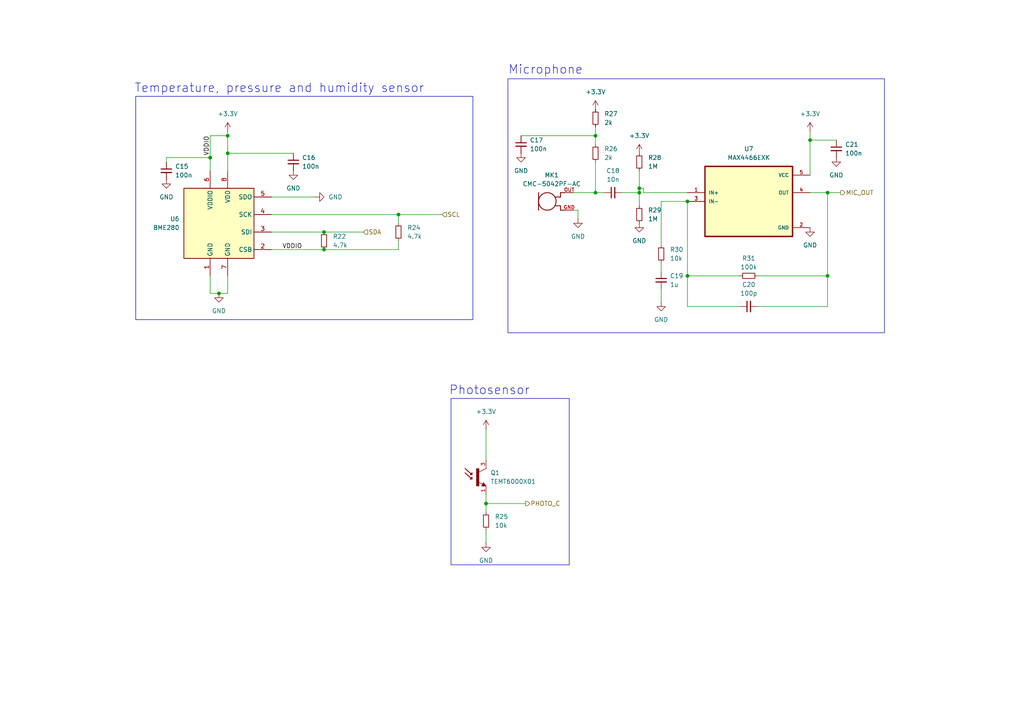
<source format=kicad_sch>
(kicad_sch
	(version 20250114)
	(generator "eeschema")
	(generator_version "9.0")
	(uuid "f9225d42-ddb0-4e6e-bb79-423a66942a77")
	(paper "A4")
	(title_block
		(title "ESP32 - Sensors sheet")
		(date "2025-03-20")
		(rev "1.0")
	)
	(lib_symbols
		(symbol "CMC-5042PF-AC:CMC-5042PF-AC"
			(pin_names
				(offset 1.016)
			)
			(exclude_from_sim no)
			(in_bom yes)
			(on_board yes)
			(property "Reference" "MK"
				(at -2.5424 5.0848 0)
				(effects
					(font
						(size 1.27 1.27)
					)
					(justify left bottom)
				)
			)
			(property "Value" "CMC-5042PF-AC"
				(at -2.5442 -6.3606 0)
				(effects
					(font
						(size 1.27 1.27)
					)
					(justify left bottom)
				)
			)
			(property "Footprint" "CMC-5042PF-AC:CUI_CMC-5042PF-AC"
				(at 0 0 0)
				(effects
					(font
						(size 1.27 1.27)
					)
					(justify bottom)
					(hide yes)
				)
			)
			(property "Datasheet" ""
				(at 0 0 0)
				(effects
					(font
						(size 1.27 1.27)
					)
					(hide yes)
				)
			)
			(property "Description" ""
				(at 0 0 0)
				(effects
					(font
						(size 1.27 1.27)
					)
					(hide yes)
				)
			)
			(property "MF" "Same Sky"
				(at 0 0 0)
				(effects
					(font
						(size 1.27 1.27)
					)
					(justify bottom)
					(hide yes)
				)
			)
			(property "Description_1" "6.0 mm, Omnidirectional, PCB Mount, 2.0 Vdc, Electret Condenser Microphone"
				(at 0 0 0)
				(effects
					(font
						(size 1.27 1.27)
					)
					(justify bottom)
					(hide yes)
				)
			)
			(property "Package" "None"
				(at 0 0 0)
				(effects
					(font
						(size 1.27 1.27)
					)
					(justify bottom)
					(hide yes)
				)
			)
			(property "Price" "None"
				(at 0 0 0)
				(effects
					(font
						(size 1.27 1.27)
					)
					(justify bottom)
					(hide yes)
				)
			)
			(property "Check_prices" "https://www.snapeda.com/parts/CMC-5042PF-AC/Same+Sky/view-part/?ref=eda"
				(at 0 0 0)
				(effects
					(font
						(size 1.27 1.27)
					)
					(justify bottom)
					(hide yes)
				)
			)
			(property "STANDARD" "Manufacturer recommendations"
				(at 0 0 0)
				(effects
					(font
						(size 1.27 1.27)
					)
					(justify bottom)
					(hide yes)
				)
			)
			(property "SnapEDA_Link" "https://www.snapeda.com/parts/CMC-5042PF-AC/Same+Sky/view-part/?ref=snap"
				(at 0 0 0)
				(effects
					(font
						(size 1.27 1.27)
					)
					(justify bottom)
					(hide yes)
				)
			)
			(property "MP" "CMC-5042PF-AC"
				(at 0 0 0)
				(effects
					(font
						(size 1.27 1.27)
					)
					(justify bottom)
					(hide yes)
				)
			)
			(property "Availability" "In Stock"
				(at 0 0 0)
				(effects
					(font
						(size 1.27 1.27)
					)
					(justify bottom)
					(hide yes)
				)
			)
			(property "MANUFACTURER" "CUI INC"
				(at 0 0 0)
				(effects
					(font
						(size 1.27 1.27)
					)
					(justify bottom)
					(hide yes)
				)
			)
			(symbol "CMC-5042PF-AC_0_0"
				(polyline
					(pts
						(xy -2.54 2.54) (xy -2.54 -2.54)
					)
					(stroke
						(width 0.254)
						(type default)
					)
					(fill
						(type none)
					)
				)
				(circle
					(center 0 0)
					(radius 2.54)
					(stroke
						(width 0.254)
						(type default)
					)
					(fill
						(type none)
					)
				)
				(polyline
					(pts
						(xy 3.81 2.54) (xy 3.81 1.27)
					)
					(stroke
						(width 0.254)
						(type default)
					)
					(fill
						(type none)
					)
				)
				(polyline
					(pts
						(xy 3.81 1.27) (xy 2.2352 1.27)
					)
					(stroke
						(width 0.254)
						(type default)
					)
					(fill
						(type none)
					)
				)
				(polyline
					(pts
						(xy 3.81 -1.27) (xy 2.2352 -1.27)
					)
					(stroke
						(width 0.254)
						(type default)
					)
					(fill
						(type none)
					)
				)
				(polyline
					(pts
						(xy 3.81 -2.54) (xy 3.81 -1.27)
					)
					(stroke
						(width 0.254)
						(type default)
					)
					(fill
						(type none)
					)
				)
				(polyline
					(pts
						(xy 5.08 2.54) (xy 3.81 2.54)
					)
					(stroke
						(width 0.254)
						(type default)
					)
					(fill
						(type none)
					)
				)
				(polyline
					(pts
						(xy 5.08 -2.54) (xy 3.81 -2.54)
					)
					(stroke
						(width 0.254)
						(type default)
					)
					(fill
						(type none)
					)
				)
				(pin output line
					(at 7.62 2.54 180)
					(length 2.54)
					(name "~"
						(effects
							(font
								(size 1.016 1.016)
							)
						)
					)
					(number "OUT"
						(effects
							(font
								(size 1.016 1.016)
							)
						)
					)
				)
				(pin power_in line
					(at 7.62 -2.54 180)
					(length 2.54)
					(name "~"
						(effects
							(font
								(size 1.016 1.016)
							)
						)
					)
					(number "GND"
						(effects
							(font
								(size 1.016 1.016)
							)
						)
					)
				)
			)
			(embedded_fonts no)
		)
		(symbol "Device:C_Small"
			(pin_numbers
				(hide yes)
			)
			(pin_names
				(offset 0.254)
				(hide yes)
			)
			(exclude_from_sim no)
			(in_bom yes)
			(on_board yes)
			(property "Reference" "C"
				(at 0.254 1.778 0)
				(effects
					(font
						(size 1.27 1.27)
					)
					(justify left)
				)
			)
			(property "Value" "C_Small"
				(at 0.254 -2.032 0)
				(effects
					(font
						(size 1.27 1.27)
					)
					(justify left)
				)
			)
			(property "Footprint" ""
				(at 0 0 0)
				(effects
					(font
						(size 1.27 1.27)
					)
					(hide yes)
				)
			)
			(property "Datasheet" "~"
				(at 0 0 0)
				(effects
					(font
						(size 1.27 1.27)
					)
					(hide yes)
				)
			)
			(property "Description" "Unpolarized capacitor, small symbol"
				(at 0 0 0)
				(effects
					(font
						(size 1.27 1.27)
					)
					(hide yes)
				)
			)
			(property "ki_keywords" "capacitor cap"
				(at 0 0 0)
				(effects
					(font
						(size 1.27 1.27)
					)
					(hide yes)
				)
			)
			(property "ki_fp_filters" "C_*"
				(at 0 0 0)
				(effects
					(font
						(size 1.27 1.27)
					)
					(hide yes)
				)
			)
			(symbol "C_Small_0_1"
				(polyline
					(pts
						(xy -1.524 0.508) (xy 1.524 0.508)
					)
					(stroke
						(width 0.3048)
						(type default)
					)
					(fill
						(type none)
					)
				)
				(polyline
					(pts
						(xy -1.524 -0.508) (xy 1.524 -0.508)
					)
					(stroke
						(width 0.3302)
						(type default)
					)
					(fill
						(type none)
					)
				)
			)
			(symbol "C_Small_1_1"
				(pin passive line
					(at 0 2.54 270)
					(length 2.032)
					(name "~"
						(effects
							(font
								(size 1.27 1.27)
							)
						)
					)
					(number "1"
						(effects
							(font
								(size 1.27 1.27)
							)
						)
					)
				)
				(pin passive line
					(at 0 -2.54 90)
					(length 2.032)
					(name "~"
						(effects
							(font
								(size 1.27 1.27)
							)
						)
					)
					(number "2"
						(effects
							(font
								(size 1.27 1.27)
							)
						)
					)
				)
			)
			(embedded_fonts no)
		)
		(symbol "Device:R_Small"
			(pin_numbers
				(hide yes)
			)
			(pin_names
				(offset 0.254)
				(hide yes)
			)
			(exclude_from_sim no)
			(in_bom yes)
			(on_board yes)
			(property "Reference" "R"
				(at 0.762 0.508 0)
				(effects
					(font
						(size 1.27 1.27)
					)
					(justify left)
				)
			)
			(property "Value" "R_Small"
				(at 0.762 -1.016 0)
				(effects
					(font
						(size 1.27 1.27)
					)
					(justify left)
				)
			)
			(property "Footprint" ""
				(at 0 0 0)
				(effects
					(font
						(size 1.27 1.27)
					)
					(hide yes)
				)
			)
			(property "Datasheet" "~"
				(at 0 0 0)
				(effects
					(font
						(size 1.27 1.27)
					)
					(hide yes)
				)
			)
			(property "Description" "Resistor, small symbol"
				(at 0 0 0)
				(effects
					(font
						(size 1.27 1.27)
					)
					(hide yes)
				)
			)
			(property "ki_keywords" "R resistor"
				(at 0 0 0)
				(effects
					(font
						(size 1.27 1.27)
					)
					(hide yes)
				)
			)
			(property "ki_fp_filters" "R_*"
				(at 0 0 0)
				(effects
					(font
						(size 1.27 1.27)
					)
					(hide yes)
				)
			)
			(symbol "R_Small_0_1"
				(rectangle
					(start -0.762 1.778)
					(end 0.762 -1.778)
					(stroke
						(width 0.2032)
						(type default)
					)
					(fill
						(type none)
					)
				)
			)
			(symbol "R_Small_1_1"
				(pin passive line
					(at 0 2.54 270)
					(length 0.762)
					(name "~"
						(effects
							(font
								(size 1.27 1.27)
							)
						)
					)
					(number "1"
						(effects
							(font
								(size 1.27 1.27)
							)
						)
					)
				)
				(pin passive line
					(at 0 -2.54 90)
					(length 0.762)
					(name "~"
						(effects
							(font
								(size 1.27 1.27)
							)
						)
					)
					(number "2"
						(effects
							(font
								(size 1.27 1.27)
							)
						)
					)
				)
			)
			(embedded_fonts no)
		)
		(symbol "MAX4466EXK:MAX4466EXK"
			(pin_names
				(offset 1.016)
			)
			(exclude_from_sim no)
			(in_bom yes)
			(on_board yes)
			(property "Reference" "U"
				(at -12.7 11.16 0)
				(effects
					(font
						(size 1.27 1.27)
					)
					(justify left bottom)
				)
			)
			(property "Value" "MAX4466EXK"
				(at -12.7 -14.16 0)
				(effects
					(font
						(size 1.27 1.27)
					)
					(justify left bottom)
				)
			)
			(property "Footprint" "MAX4466EXK:SOT65P210X110-5N"
				(at 0 0 0)
				(effects
					(font
						(size 1.27 1.27)
					)
					(justify bottom)
					(hide yes)
				)
			)
			(property "Datasheet" ""
				(at 0 0 0)
				(effects
					(font
						(size 1.27 1.27)
					)
					(hide yes)
				)
			)
			(property "Description" ""
				(at 0 0 0)
				(effects
					(font
						(size 1.27 1.27)
					)
					(hide yes)
				)
			)
			(property "MF" "Analog Devices"
				(at 0 0 0)
				(effects
					(font
						(size 1.27 1.27)
					)
					(justify bottom)
					(hide yes)
				)
			)
			(property "Description_1" "Amplifier IC 1-Channel (Mono) Class AB SC-70-5"
				(at 0 0 0)
				(effects
					(font
						(size 1.27 1.27)
					)
					(justify bottom)
					(hide yes)
				)
			)
			(property "Package" "SC-70-5 Maxim"
				(at 0 0 0)
				(effects
					(font
						(size 1.27 1.27)
					)
					(justify bottom)
					(hide yes)
				)
			)
			(property "Price" "None"
				(at 0 0 0)
				(effects
					(font
						(size 1.27 1.27)
					)
					(justify bottom)
					(hide yes)
				)
			)
			(property "SnapEDA_Link" "https://www.snapeda.com/parts/MAX4466EXK/Analog+Devices/view-part/?ref=snap"
				(at 0 0 0)
				(effects
					(font
						(size 1.27 1.27)
					)
					(justify bottom)
					(hide yes)
				)
			)
			(property "MP" "MAX4466EXK"
				(at 0 0 0)
				(effects
					(font
						(size 1.27 1.27)
					)
					(justify bottom)
					(hide yes)
				)
			)
			(property "Availability" "In Stock"
				(at 0 0 0)
				(effects
					(font
						(size 1.27 1.27)
					)
					(justify bottom)
					(hide yes)
				)
			)
			(property "Check_prices" "https://www.snapeda.com/parts/MAX4466EXK/Analog+Devices/view-part/?ref=eda"
				(at 0 0 0)
				(effects
					(font
						(size 1.27 1.27)
					)
					(justify bottom)
					(hide yes)
				)
			)
			(symbol "MAX4466EXK_0_0"
				(rectangle
					(start -12.7 -10.16)
					(end 12.7 10.16)
					(stroke
						(width 0.41)
						(type default)
					)
					(fill
						(type background)
					)
				)
				(pin input line
					(at -17.78 2.54 0)
					(length 5.08)
					(name "IN+"
						(effects
							(font
								(size 1.016 1.016)
							)
						)
					)
					(number "1"
						(effects
							(font
								(size 1.016 1.016)
							)
						)
					)
				)
				(pin input line
					(at -17.78 0 0)
					(length 5.08)
					(name "IN-"
						(effects
							(font
								(size 1.016 1.016)
							)
						)
					)
					(number "3"
						(effects
							(font
								(size 1.016 1.016)
							)
						)
					)
				)
				(pin power_in line
					(at 17.78 7.62 180)
					(length 5.08)
					(name "VCC"
						(effects
							(font
								(size 1.016 1.016)
							)
						)
					)
					(number "5"
						(effects
							(font
								(size 1.016 1.016)
							)
						)
					)
				)
				(pin output line
					(at 17.78 2.54 180)
					(length 5.08)
					(name "OUT"
						(effects
							(font
								(size 1.016 1.016)
							)
						)
					)
					(number "4"
						(effects
							(font
								(size 1.016 1.016)
							)
						)
					)
				)
				(pin power_in line
					(at 17.78 -7.62 180)
					(length 5.08)
					(name "GND"
						(effects
							(font
								(size 1.016 1.016)
							)
						)
					)
					(number "2"
						(effects
							(font
								(size 1.016 1.016)
							)
						)
					)
				)
			)
			(embedded_fonts no)
		)
		(symbol "Sensor:BME280"
			(exclude_from_sim no)
			(in_bom yes)
			(on_board yes)
			(property "Reference" "U"
				(at -8.89 11.43 0)
				(effects
					(font
						(size 1.27 1.27)
					)
				)
			)
			(property "Value" "BME280"
				(at 7.62 11.43 0)
				(effects
					(font
						(size 1.27 1.27)
					)
				)
			)
			(property "Footprint" "Package_LGA:Bosch_LGA-8_2.5x2.5mm_P0.65mm_ClockwisePinNumbering"
				(at 38.1 -11.43 0)
				(effects
					(font
						(size 1.27 1.27)
					)
					(hide yes)
				)
			)
			(property "Datasheet" "https://www.bosch-sensortec.com/media/boschsensortec/downloads/datasheets/bst-bme280-ds002.pdf"
				(at 0 -5.08 0)
				(effects
					(font
						(size 1.27 1.27)
					)
					(hide yes)
				)
			)
			(property "Description" "3-in-1 sensor, humidity, pressure, temperature, I2C and SPI interface, 1.71-3.6V, LGA-8"
				(at 0 0 0)
				(effects
					(font
						(size 1.27 1.27)
					)
					(hide yes)
				)
			)
			(property "ki_keywords" "Bosch pressure humidity temperature environment environmental measurement digital"
				(at 0 0 0)
				(effects
					(font
						(size 1.27 1.27)
					)
					(hide yes)
				)
			)
			(property "ki_fp_filters" "*LGA*2.5x2.5mm*P0.65mm*Clockwise*"
				(at 0 0 0)
				(effects
					(font
						(size 1.27 1.27)
					)
					(hide yes)
				)
			)
			(symbol "BME280_0_1"
				(rectangle
					(start -10.16 10.16)
					(end 10.16 -10.16)
					(stroke
						(width 0.254)
						(type default)
					)
					(fill
						(type background)
					)
				)
			)
			(symbol "BME280_1_1"
				(pin power_in line
					(at -2.54 15.24 270)
					(length 5.08)
					(name "VDDIO"
						(effects
							(font
								(size 1.27 1.27)
							)
						)
					)
					(number "6"
						(effects
							(font
								(size 1.27 1.27)
							)
						)
					)
				)
				(pin power_in line
					(at -2.54 -15.24 90)
					(length 5.08)
					(name "GND"
						(effects
							(font
								(size 1.27 1.27)
							)
						)
					)
					(number "1"
						(effects
							(font
								(size 1.27 1.27)
							)
						)
					)
				)
				(pin power_in line
					(at 2.54 15.24 270)
					(length 5.08)
					(name "VDD"
						(effects
							(font
								(size 1.27 1.27)
							)
						)
					)
					(number "8"
						(effects
							(font
								(size 1.27 1.27)
							)
						)
					)
				)
				(pin power_in line
					(at 2.54 -15.24 90)
					(length 5.08)
					(name "GND"
						(effects
							(font
								(size 1.27 1.27)
							)
						)
					)
					(number "7"
						(effects
							(font
								(size 1.27 1.27)
							)
						)
					)
				)
				(pin bidirectional line
					(at 15.24 7.62 180)
					(length 5.08)
					(name "SDO"
						(effects
							(font
								(size 1.27 1.27)
							)
						)
					)
					(number "5"
						(effects
							(font
								(size 1.27 1.27)
							)
						)
					)
				)
				(pin input line
					(at 15.24 2.54 180)
					(length 5.08)
					(name "SCK"
						(effects
							(font
								(size 1.27 1.27)
							)
						)
					)
					(number "4"
						(effects
							(font
								(size 1.27 1.27)
							)
						)
					)
				)
				(pin bidirectional line
					(at 15.24 -2.54 180)
					(length 5.08)
					(name "SDI"
						(effects
							(font
								(size 1.27 1.27)
							)
						)
					)
					(number "3"
						(effects
							(font
								(size 1.27 1.27)
							)
						)
					)
				)
				(pin input line
					(at 15.24 -7.62 180)
					(length 5.08)
					(name "CSB"
						(effects
							(font
								(size 1.27 1.27)
							)
						)
					)
					(number "2"
						(effects
							(font
								(size 1.27 1.27)
							)
						)
					)
				)
			)
			(embedded_fonts no)
		)
		(symbol "TEMT6000X01:TEMT6000X01"
			(pin_names
				(offset 1.016)
			)
			(exclude_from_sim no)
			(in_bom yes)
			(on_board yes)
			(property "Reference" "Q"
				(at 5.0999 0 0)
				(effects
					(font
						(size 1.27 1.27)
					)
					(justify left bottom)
				)
			)
			(property "Value" "TEMT6000X01"
				(at 5.0887 -2.5444 0)
				(effects
					(font
						(size 1.27 1.27)
					)
					(justify left bottom)
				)
			)
			(property "Footprint" "TEMT6000X01:TRANS_TEMT6000X01"
				(at 0 0 0)
				(effects
					(font
						(size 1.27 1.27)
					)
					(justify bottom)
					(hide yes)
				)
			)
			(property "Datasheet" ""
				(at 0 0 0)
				(effects
					(font
						(size 1.27 1.27)
					)
					(hide yes)
				)
			)
			(property "Description" ""
				(at 0 0 0)
				(effects
					(font
						(size 1.27 1.27)
					)
					(hide yes)
				)
			)
			(property "MF" "Vishay Semiconductor"
				(at 0 0 0)
				(effects
					(font
						(size 1.27 1.27)
					)
					(justify bottom)
					(hide yes)
				)
			)
			(property "Description_1" "Phototransistors 570nm Top View 1206 (3216 Metric)"
				(at 0 0 0)
				(effects
					(font
						(size 1.27 1.27)
					)
					(justify bottom)
					(hide yes)
				)
			)
			(property "Package" "1206 Vishay"
				(at 0 0 0)
				(effects
					(font
						(size 1.27 1.27)
					)
					(justify bottom)
					(hide yes)
				)
			)
			(property "Price" "None"
				(at 0 0 0)
				(effects
					(font
						(size 1.27 1.27)
					)
					(justify bottom)
					(hide yes)
				)
			)
			(property "Check_prices" "https://www.snapeda.com/parts/TEMT6000X01/Vishay/view-part/?ref=eda"
				(at 0 0 0)
				(effects
					(font
						(size 1.27 1.27)
					)
					(justify bottom)
					(hide yes)
				)
			)
			(property "STANDARD" "Manufacturer Recommendations"
				(at 0 0 0)
				(effects
					(font
						(size 1.27 1.27)
					)
					(justify bottom)
					(hide yes)
				)
			)
			(property "PARTREV" "1.9"
				(at 0 0 0)
				(effects
					(font
						(size 1.27 1.27)
					)
					(justify bottom)
					(hide yes)
				)
			)
			(property "SnapEDA_Link" "https://www.snapeda.com/parts/TEMT6000X01/Vishay/view-part/?ref=snap"
				(at 0 0 0)
				(effects
					(font
						(size 1.27 1.27)
					)
					(justify bottom)
					(hide yes)
				)
			)
			(property "MP" "TEMT6000X01"
				(at 0 0 0)
				(effects
					(font
						(size 1.27 1.27)
					)
					(justify bottom)
					(hide yes)
				)
			)
			(property "Availability" "In Stock"
				(at 0 0 0)
				(effects
					(font
						(size 1.27 1.27)
					)
					(justify bottom)
					(hide yes)
				)
			)
			(property "MANUFACTURER" "VISHAY"
				(at 0 0 0)
				(effects
					(font
						(size 1.27 1.27)
					)
					(justify bottom)
					(hide yes)
				)
			)
			(symbol "TEMT6000X01_0_0"
				(polyline
					(pts
						(xy -3.556 2.54) (xy -1.524 0.762)
					)
					(stroke
						(width 0.254)
						(type default)
					)
					(fill
						(type none)
					)
				)
				(polyline
					(pts
						(xy -3.556 1.27) (xy -1.524 -0.508)
					)
					(stroke
						(width 0.254)
						(type default)
					)
					(fill
						(type none)
					)
				)
				(polyline
					(pts
						(xy -2.032 0.762) (xy -1.524 1.27)
					)
					(stroke
						(width 0.254)
						(type default)
					)
					(fill
						(type none)
					)
				)
				(polyline
					(pts
						(xy -2.032 -0.508) (xy -1.524 0)
					)
					(stroke
						(width 0.254)
						(type default)
					)
					(fill
						(type none)
					)
				)
				(polyline
					(pts
						(xy -1.524 1.27) (xy -1.524 0.762)
					)
					(stroke
						(width 0.254)
						(type default)
					)
					(fill
						(type none)
					)
				)
				(polyline
					(pts
						(xy -1.524 0.762) (xy -2.032 0.762)
					)
					(stroke
						(width 0.254)
						(type default)
					)
					(fill
						(type none)
					)
				)
				(polyline
					(pts
						(xy -1.524 0) (xy -1.524 -0.508)
					)
					(stroke
						(width 0.254)
						(type default)
					)
					(fill
						(type none)
					)
				)
				(polyline
					(pts
						(xy -1.524 -0.508) (xy -2.032 -0.508)
					)
					(stroke
						(width 0.254)
						(type default)
					)
					(fill
						(type none)
					)
				)
				(rectangle
					(start -0.2547 -2.5468)
					(end 0.508 2.54)
					(stroke
						(width 0.1)
						(type default)
					)
					(fill
						(type outline)
					)
				)
				(polyline
					(pts
						(xy 1.27 -2.54) (xy 1.778 -1.524)
					)
					(stroke
						(width 0.1524)
						(type default)
					)
					(fill
						(type none)
					)
				)
				(polyline
					(pts
						(xy 1.524 -2.286) (xy 1.905 -2.286)
					)
					(stroke
						(width 0.254)
						(type default)
					)
					(fill
						(type none)
					)
				)
				(polyline
					(pts
						(xy 1.524 -2.413) (xy 2.286 -2.413)
					)
					(stroke
						(width 0.254)
						(type default)
					)
					(fill
						(type none)
					)
				)
				(polyline
					(pts
						(xy 1.54 -2.04) (xy 0.308 -1.424)
					)
					(stroke
						(width 0.1524)
						(type default)
					)
					(fill
						(type none)
					)
				)
				(polyline
					(pts
						(xy 1.778 -1.524) (xy 2.54 -2.54)
					)
					(stroke
						(width 0.1524)
						(type default)
					)
					(fill
						(type none)
					)
				)
				(polyline
					(pts
						(xy 1.778 -1.778) (xy 1.524 -2.286)
					)
					(stroke
						(width 0.254)
						(type default)
					)
					(fill
						(type none)
					)
				)
				(polyline
					(pts
						(xy 1.905 -2.286) (xy 1.778 -2.032)
					)
					(stroke
						(width 0.254)
						(type default)
					)
					(fill
						(type none)
					)
				)
				(polyline
					(pts
						(xy 2.286 -2.413) (xy 1.778 -1.778)
					)
					(stroke
						(width 0.254)
						(type default)
					)
					(fill
						(type none)
					)
				)
				(polyline
					(pts
						(xy 2.54 2.54) (xy 0.508 1.524)
					)
					(stroke
						(width 0.1524)
						(type default)
					)
					(fill
						(type none)
					)
				)
				(polyline
					(pts
						(xy 2.54 -2.54) (xy 1.27 -2.54)
					)
					(stroke
						(width 0.1524)
						(type default)
					)
					(fill
						(type none)
					)
				)
				(pin passive line
					(at 2.54 5.08 270)
					(length 2.54)
					(name "~"
						(effects
							(font
								(size 1.016 1.016)
							)
						)
					)
					(number "3"
						(effects
							(font
								(size 1.016 1.016)
							)
						)
					)
				)
				(pin passive line
					(at 2.54 -5.08 90)
					(length 2.54)
					(name "~"
						(effects
							(font
								(size 1.016 1.016)
							)
						)
					)
					(number "1"
						(effects
							(font
								(size 1.016 1.016)
							)
						)
					)
				)
			)
			(embedded_fonts no)
		)
		(symbol "power:+3.3V"
			(power)
			(pin_numbers
				(hide yes)
			)
			(pin_names
				(offset 0)
				(hide yes)
			)
			(exclude_from_sim no)
			(in_bom yes)
			(on_board yes)
			(property "Reference" "#PWR"
				(at 0 -3.81 0)
				(effects
					(font
						(size 1.27 1.27)
					)
					(hide yes)
				)
			)
			(property "Value" "+3.3V"
				(at 0 3.556 0)
				(effects
					(font
						(size 1.27 1.27)
					)
				)
			)
			(property "Footprint" ""
				(at 0 0 0)
				(effects
					(font
						(size 1.27 1.27)
					)
					(hide yes)
				)
			)
			(property "Datasheet" ""
				(at 0 0 0)
				(effects
					(font
						(size 1.27 1.27)
					)
					(hide yes)
				)
			)
			(property "Description" "Power symbol creates a global label with name \"+3.3V\""
				(at 0 0 0)
				(effects
					(font
						(size 1.27 1.27)
					)
					(hide yes)
				)
			)
			(property "ki_keywords" "global power"
				(at 0 0 0)
				(effects
					(font
						(size 1.27 1.27)
					)
					(hide yes)
				)
			)
			(symbol "+3.3V_0_1"
				(polyline
					(pts
						(xy -0.762 1.27) (xy 0 2.54)
					)
					(stroke
						(width 0)
						(type default)
					)
					(fill
						(type none)
					)
				)
				(polyline
					(pts
						(xy 0 2.54) (xy 0.762 1.27)
					)
					(stroke
						(width 0)
						(type default)
					)
					(fill
						(type none)
					)
				)
				(polyline
					(pts
						(xy 0 0) (xy 0 2.54)
					)
					(stroke
						(width 0)
						(type default)
					)
					(fill
						(type none)
					)
				)
			)
			(symbol "+3.3V_1_1"
				(pin power_in line
					(at 0 0 90)
					(length 0)
					(name "~"
						(effects
							(font
								(size 1.27 1.27)
							)
						)
					)
					(number "1"
						(effects
							(font
								(size 1.27 1.27)
							)
						)
					)
				)
			)
			(embedded_fonts no)
		)
		(symbol "power:GND"
			(power)
			(pin_numbers
				(hide yes)
			)
			(pin_names
				(offset 0)
				(hide yes)
			)
			(exclude_from_sim no)
			(in_bom yes)
			(on_board yes)
			(property "Reference" "#PWR"
				(at 0 -6.35 0)
				(effects
					(font
						(size 1.27 1.27)
					)
					(hide yes)
				)
			)
			(property "Value" "GND"
				(at 0 -3.81 0)
				(effects
					(font
						(size 1.27 1.27)
					)
				)
			)
			(property "Footprint" ""
				(at 0 0 0)
				(effects
					(font
						(size 1.27 1.27)
					)
					(hide yes)
				)
			)
			(property "Datasheet" ""
				(at 0 0 0)
				(effects
					(font
						(size 1.27 1.27)
					)
					(hide yes)
				)
			)
			(property "Description" "Power symbol creates a global label with name \"GND\" , ground"
				(at 0 0 0)
				(effects
					(font
						(size 1.27 1.27)
					)
					(hide yes)
				)
			)
			(property "ki_keywords" "global power"
				(at 0 0 0)
				(effects
					(font
						(size 1.27 1.27)
					)
					(hide yes)
				)
			)
			(symbol "GND_0_1"
				(polyline
					(pts
						(xy 0 0) (xy 0 -1.27) (xy 1.27 -1.27) (xy 0 -2.54) (xy -1.27 -1.27) (xy 0 -1.27)
					)
					(stroke
						(width 0)
						(type default)
					)
					(fill
						(type none)
					)
				)
			)
			(symbol "GND_1_1"
				(pin power_in line
					(at 0 0 270)
					(length 0)
					(name "~"
						(effects
							(font
								(size 1.27 1.27)
							)
						)
					)
					(number "1"
						(effects
							(font
								(size 1.27 1.27)
							)
						)
					)
				)
			)
			(embedded_fonts no)
		)
	)
	(rectangle
		(start 39.37 27.94)
		(end 137.16 92.71)
		(stroke
			(width 0)
			(type default)
		)
		(fill
			(type none)
		)
		(uuid 27c6f8c7-8ca5-4eff-a6c1-24d3514d21d6)
	)
	(rectangle
		(start 147.32 22.86)
		(end 256.54 96.52)
		(stroke
			(width 0)
			(type default)
		)
		(fill
			(type none)
		)
		(uuid 485010a9-53ac-47cd-9cbe-42867bbcbbde)
	)
	(rectangle
		(start 130.81 115.57)
		(end 165.1 163.83)
		(stroke
			(width 0)
			(type default)
		)
		(fill
			(type none)
		)
		(uuid d79f3143-a08e-4a10-b743-2eee02234afe)
	)
	(text "Photosensor"
		(exclude_from_sim no)
		(at 141.986 113.284 0)
		(effects
			(font
				(size 2.54 2.54)
			)
		)
		(uuid "8200eba5-3f64-4f17-9f25-ed1691eda512")
	)
	(text "Microphone"
		(exclude_from_sim no)
		(at 158.242 20.32 0)
		(effects
			(font
				(size 2.54 2.54)
			)
		)
		(uuid "baeb041b-dacc-4055-a3b9-99adafad3a38")
	)
	(text "Temperature, pressure and humidity sensor"
		(exclude_from_sim no)
		(at 81.026 25.654 0)
		(effects
			(font
				(size 2.54 2.54)
			)
		)
		(uuid "f3864822-bd14-4df0-9581-e86eedcaba1f")
	)
	(junction
		(at 115.57 62.23)
		(diameter 0)
		(color 0 0 0 0)
		(uuid "01f7801f-69fb-4b30-b7f7-b7306ad6a3c8")
	)
	(junction
		(at 240.03 80.01)
		(diameter 0)
		(color 0 0 0 0)
		(uuid "0a3e1574-0e61-40e2-b791-1341c4dda7de")
	)
	(junction
		(at 185.42 55.88)
		(diameter 0)
		(color 0 0 0 0)
		(uuid "0bc5557d-46d3-4df2-8dda-17fae7d3640d")
	)
	(junction
		(at 172.72 39.37)
		(diameter 0)
		(color 0 0 0 0)
		(uuid "207ea9cf-61b7-443c-aa74-a9a273089200")
	)
	(junction
		(at 93.98 72.39)
		(diameter 0)
		(color 0 0 0 0)
		(uuid "20e2a288-2784-4b08-aea4-475f7308d5aa")
	)
	(junction
		(at 199.39 80.01)
		(diameter 0)
		(color 0 0 0 0)
		(uuid "31f8e588-094e-451b-b204-d34f5a56837b")
	)
	(junction
		(at 66.04 44.45)
		(diameter 0)
		(color 0 0 0 0)
		(uuid "4f4dba5a-7a8d-466a-a1c7-fc98234f3ae8")
	)
	(junction
		(at 66.04 39.37)
		(diameter 0)
		(color 0 0 0 0)
		(uuid "55e37efe-922b-468b-a36b-90911000523b")
	)
	(junction
		(at 172.72 55.88)
		(diameter 0)
		(color 0 0 0 0)
		(uuid "5b8c62c2-7816-4143-94aa-58ed67511c8e")
	)
	(junction
		(at 93.98 67.31)
		(diameter 0)
		(color 0 0 0 0)
		(uuid "75e7dde2-9667-4342-bb20-8deefd7939e9")
	)
	(junction
		(at 63.5 85.09)
		(diameter 0)
		(color 0 0 0 0)
		(uuid "81a0b7c4-4110-4f88-acb9-48f3c1e30e32")
	)
	(junction
		(at 199.39 58.42)
		(diameter 0)
		(color 0 0 0 0)
		(uuid "b019285f-9f26-4e73-9bed-1296a5395aba")
	)
	(junction
		(at 240.03 55.88)
		(diameter 0)
		(color 0 0 0 0)
		(uuid "c312f359-9657-4407-b4d1-da7057d706eb")
	)
	(junction
		(at 140.97 146.05)
		(diameter 0)
		(color 0 0 0 0)
		(uuid "c3eedb9c-4795-4726-be89-66d74a7f8e49")
	)
	(junction
		(at 234.95 40.64)
		(diameter 0)
		(color 0 0 0 0)
		(uuid "e531e804-1551-4edc-b1e0-b55851bd8982")
	)
	(junction
		(at 185.42 54.61)
		(diameter 0)
		(color 0 0 0 0)
		(uuid "efc98347-350f-46fc-808d-2f84dd458116")
	)
	(junction
		(at 60.96 45.72)
		(diameter 0)
		(color 0 0 0 0)
		(uuid "fb8bcd04-ea0c-4614-8690-5634d7742aba")
	)
	(wire
		(pts
			(xy 199.39 88.9) (xy 199.39 80.01)
		)
		(stroke
			(width 0)
			(type default)
		)
		(uuid "0bb0a490-1a7a-446e-9881-5fa3efbab9a4")
	)
	(wire
		(pts
			(xy 214.63 88.9) (xy 199.39 88.9)
		)
		(stroke
			(width 0)
			(type default)
		)
		(uuid "13d28de4-6786-490c-88a2-bc99d20a765b")
	)
	(wire
		(pts
			(xy 185.42 49.53) (xy 185.42 54.61)
		)
		(stroke
			(width 0)
			(type default)
		)
		(uuid "16f5db67-dcff-4f8f-a622-8a5f4d11b469")
	)
	(wire
		(pts
			(xy 115.57 62.23) (xy 115.57 64.77)
		)
		(stroke
			(width 0)
			(type default)
		)
		(uuid "18248057-d27d-4351-8e35-158fc01e08bf")
	)
	(wire
		(pts
			(xy 234.95 40.64) (xy 242.57 40.64)
		)
		(stroke
			(width 0)
			(type default)
		)
		(uuid "18e6dea8-6234-462a-9888-a9773cb834e1")
	)
	(wire
		(pts
			(xy 191.77 76.2) (xy 191.77 78.74)
		)
		(stroke
			(width 0)
			(type default)
		)
		(uuid "1b33e173-ceb9-48c4-82bc-9ca2d2045197")
	)
	(wire
		(pts
			(xy 48.26 45.72) (xy 60.96 45.72)
		)
		(stroke
			(width 0)
			(type default)
		)
		(uuid "1d11729b-dbae-4b91-9bc6-5eb67b920200")
	)
	(wire
		(pts
			(xy 234.95 40.64) (xy 234.95 50.8)
		)
		(stroke
			(width 0)
			(type default)
		)
		(uuid "1eb75468-6ce7-4bde-adb5-cdacd1e54579")
	)
	(wire
		(pts
			(xy 140.97 143.51) (xy 140.97 146.05)
		)
		(stroke
			(width 0)
			(type default)
		)
		(uuid "208091ad-223a-4a45-aee0-94747121bc7f")
	)
	(wire
		(pts
			(xy 60.96 49.53) (xy 60.96 45.72)
		)
		(stroke
			(width 0)
			(type default)
		)
		(uuid "25a73e33-f874-4d73-9b67-c9091f425188")
	)
	(wire
		(pts
			(xy 140.97 146.05) (xy 140.97 148.59)
		)
		(stroke
			(width 0)
			(type default)
		)
		(uuid "2a99dad4-18ef-4ae4-8698-1a366a27eff2")
	)
	(wire
		(pts
			(xy 78.74 62.23) (xy 115.57 62.23)
		)
		(stroke
			(width 0)
			(type default)
		)
		(uuid "2a9db2c4-b155-450e-99e2-831efa01d48e")
	)
	(wire
		(pts
			(xy 63.5 85.09) (xy 66.04 85.09)
		)
		(stroke
			(width 0)
			(type default)
		)
		(uuid "2c6b75f9-7b4a-41b7-a229-02f7bd543dfc")
	)
	(wire
		(pts
			(xy 240.03 88.9) (xy 240.03 80.01)
		)
		(stroke
			(width 0)
			(type default)
		)
		(uuid "2d711f72-eb06-4334-8039-1b4afaaf1448")
	)
	(wire
		(pts
			(xy 172.72 46.99) (xy 172.72 55.88)
		)
		(stroke
			(width 0)
			(type default)
		)
		(uuid "2f8d57f4-7e3b-4f0c-b0aa-57615682f8af")
	)
	(wire
		(pts
			(xy 66.04 38.1) (xy 66.04 39.37)
		)
		(stroke
			(width 0)
			(type default)
		)
		(uuid "31025f0f-9ade-466f-884a-7cb904b61354")
	)
	(wire
		(pts
			(xy 219.71 88.9) (xy 240.03 88.9)
		)
		(stroke
			(width 0)
			(type default)
		)
		(uuid "41c0ff82-f203-4e04-8c81-4050829c25d3")
	)
	(wire
		(pts
			(xy 172.72 39.37) (xy 172.72 41.91)
		)
		(stroke
			(width 0)
			(type default)
		)
		(uuid "42f33e1b-7033-46c5-9600-3bada37df087")
	)
	(wire
		(pts
			(xy 240.03 55.88) (xy 243.84 55.88)
		)
		(stroke
			(width 0)
			(type default)
		)
		(uuid "4863a759-f452-42cc-9cf7-e14868c20622")
	)
	(wire
		(pts
			(xy 172.72 36.83) (xy 172.72 39.37)
		)
		(stroke
			(width 0)
			(type default)
		)
		(uuid "4bea37bb-9200-4c9e-be39-7d8b7351ad61")
	)
	(wire
		(pts
			(xy 199.39 58.42) (xy 199.39 80.01)
		)
		(stroke
			(width 0)
			(type default)
		)
		(uuid "4e693a4b-ac8a-46d6-b378-b5b5838102c4")
	)
	(wire
		(pts
			(xy 66.04 44.45) (xy 85.09 44.45)
		)
		(stroke
			(width 0)
			(type default)
		)
		(uuid "4f361703-a017-45f5-9466-a4ae48140020")
	)
	(wire
		(pts
			(xy 191.77 83.82) (xy 191.77 87.63)
		)
		(stroke
			(width 0)
			(type default)
		)
		(uuid "542f5c8d-aff2-4c46-a182-6d3664793d1f")
	)
	(wire
		(pts
			(xy 78.74 57.15) (xy 91.44 57.15)
		)
		(stroke
			(width 0)
			(type default)
		)
		(uuid "57db3fd6-283e-4998-b9c6-dbd9c39ae798")
	)
	(wire
		(pts
			(xy 66.04 85.09) (xy 66.04 80.01)
		)
		(stroke
			(width 0)
			(type default)
		)
		(uuid "595e30c5-ace7-4d4a-ac36-d32ed81c5e70")
	)
	(wire
		(pts
			(xy 66.04 39.37) (xy 66.04 44.45)
		)
		(stroke
			(width 0)
			(type default)
		)
		(uuid "607b320a-460f-436e-ba6d-a30ede114751")
	)
	(wire
		(pts
			(xy 151.13 39.37) (xy 172.72 39.37)
		)
		(stroke
			(width 0)
			(type default)
		)
		(uuid "60b056fc-6e41-4052-9852-03466b3fa96d")
	)
	(wire
		(pts
			(xy 93.98 67.31) (xy 105.41 67.31)
		)
		(stroke
			(width 0)
			(type default)
		)
		(uuid "64b3c73a-dedc-43ba-911f-8d863f2546a9")
	)
	(wire
		(pts
			(xy 186.69 54.61) (xy 185.42 54.61)
		)
		(stroke
			(width 0)
			(type default)
		)
		(uuid "65e94a99-f1b7-4301-88ae-8f3b3d329b59")
	)
	(wire
		(pts
			(xy 140.97 146.05) (xy 152.4 146.05)
		)
		(stroke
			(width 0)
			(type default)
		)
		(uuid "678c355b-3311-4fb6-9490-962f9cb90906")
	)
	(wire
		(pts
			(xy 115.57 69.85) (xy 115.57 72.39)
		)
		(stroke
			(width 0)
			(type default)
		)
		(uuid "6b0a2a51-e2e9-499a-bccf-9dc65a5f5676")
	)
	(wire
		(pts
			(xy 140.97 124.46) (xy 140.97 133.35)
		)
		(stroke
			(width 0)
			(type default)
		)
		(uuid "7460445c-d1c1-4546-883c-a970e66a20e5")
	)
	(wire
		(pts
			(xy 199.39 80.01) (xy 214.63 80.01)
		)
		(stroke
			(width 0)
			(type default)
		)
		(uuid "7700479b-9d9c-4bcb-a462-045504c899b3")
	)
	(wire
		(pts
			(xy 66.04 44.45) (xy 66.04 49.53)
		)
		(stroke
			(width 0)
			(type default)
		)
		(uuid "7716592a-6d04-49cb-a5dc-0066c9e6cbd6")
	)
	(wire
		(pts
			(xy 167.64 63.5) (xy 167.64 60.96)
		)
		(stroke
			(width 0)
			(type default)
		)
		(uuid "822ed3f3-0291-4fee-9ac8-1a8bb7cee2da")
	)
	(wire
		(pts
			(xy 167.64 60.96) (xy 166.37 60.96)
		)
		(stroke
			(width 0)
			(type default)
		)
		(uuid "89d57bed-d1d8-4751-bedb-4ea9787fbbfd")
	)
	(wire
		(pts
			(xy 93.98 72.39) (xy 115.57 72.39)
		)
		(stroke
			(width 0)
			(type default)
		)
		(uuid "8a47a764-4d2c-4bc1-b51e-38c3c7744bcd")
	)
	(wire
		(pts
			(xy 185.42 55.88) (xy 185.42 59.69)
		)
		(stroke
			(width 0)
			(type default)
		)
		(uuid "8c3e075e-35f8-43f9-97de-d7dbe0441921")
	)
	(wire
		(pts
			(xy 234.95 38.1) (xy 234.95 40.64)
		)
		(stroke
			(width 0)
			(type default)
		)
		(uuid "8e09ab36-b64b-49df-bc5e-0bfbe9123f20")
	)
	(wire
		(pts
			(xy 60.96 85.09) (xy 63.5 85.09)
		)
		(stroke
			(width 0)
			(type default)
		)
		(uuid "997b567b-7cb4-425b-95a2-1d177dc69253")
	)
	(wire
		(pts
			(xy 240.03 55.88) (xy 234.95 55.88)
		)
		(stroke
			(width 0)
			(type default)
		)
		(uuid "9b08f14a-644b-4bdb-bd6a-c60c89428b98")
	)
	(wire
		(pts
			(xy 115.57 62.23) (xy 128.27 62.23)
		)
		(stroke
			(width 0)
			(type default)
		)
		(uuid "9b360394-90d1-4a1b-a94a-f1f1c19cadef")
	)
	(wire
		(pts
			(xy 166.37 55.88) (xy 172.72 55.88)
		)
		(stroke
			(width 0)
			(type default)
		)
		(uuid "9e6993aa-d377-4452-92af-7f7bb111f15f")
	)
	(wire
		(pts
			(xy 172.72 55.88) (xy 175.26 55.88)
		)
		(stroke
			(width 0)
			(type default)
		)
		(uuid "9f7f8bfc-8f9d-4f75-9de0-422311fea649")
	)
	(wire
		(pts
			(xy 48.26 46.99) (xy 48.26 45.72)
		)
		(stroke
			(width 0)
			(type default)
		)
		(uuid "accb0f42-5370-4a2d-8413-2f8720f14de0")
	)
	(wire
		(pts
			(xy 186.69 55.88) (xy 199.39 55.88)
		)
		(stroke
			(width 0)
			(type default)
		)
		(uuid "af1a87a7-a186-43dd-bb23-df5de712595e")
	)
	(wire
		(pts
			(xy 78.74 72.39) (xy 93.98 72.39)
		)
		(stroke
			(width 0)
			(type default)
		)
		(uuid "b0057a7b-e93c-4160-8d86-0e2679410f41")
	)
	(wire
		(pts
			(xy 78.74 67.31) (xy 93.98 67.31)
		)
		(stroke
			(width 0)
			(type default)
		)
		(uuid "b025598a-4e54-4029-8b11-b1dcc36b2f98")
	)
	(wire
		(pts
			(xy 60.96 39.37) (xy 66.04 39.37)
		)
		(stroke
			(width 0)
			(type default)
		)
		(uuid "b87fd8a9-4813-47da-a791-7323e49f1bd5")
	)
	(wire
		(pts
			(xy 219.71 80.01) (xy 240.03 80.01)
		)
		(stroke
			(width 0)
			(type default)
		)
		(uuid "be94e2e7-d977-43c2-ae5e-4fbeff5b54cb")
	)
	(wire
		(pts
			(xy 180.34 55.88) (xy 185.42 55.88)
		)
		(stroke
			(width 0)
			(type default)
		)
		(uuid "c1867341-5985-43f9-8b07-c4212b0e1cdd")
	)
	(wire
		(pts
			(xy 60.96 80.01) (xy 60.96 85.09)
		)
		(stroke
			(width 0)
			(type default)
		)
		(uuid "c7148159-ae55-446b-96e3-1d410115c5bd")
	)
	(wire
		(pts
			(xy 60.96 45.72) (xy 60.96 39.37)
		)
		(stroke
			(width 0)
			(type default)
		)
		(uuid "c9a14577-7a20-4183-a0ce-bf804ed31741")
	)
	(wire
		(pts
			(xy 186.69 55.88) (xy 186.69 54.61)
		)
		(stroke
			(width 0)
			(type default)
		)
		(uuid "e3be59e8-33fc-4239-a121-50337350be9c")
	)
	(wire
		(pts
			(xy 191.77 58.42) (xy 199.39 58.42)
		)
		(stroke
			(width 0)
			(type default)
		)
		(uuid "e45809e5-2dd0-400d-a83e-3d39e8077a09")
	)
	(wire
		(pts
			(xy 185.42 54.61) (xy 185.42 55.88)
		)
		(stroke
			(width 0)
			(type default)
		)
		(uuid "ea9e5199-43d5-4044-a2f1-acb8b468602e")
	)
	(wire
		(pts
			(xy 140.97 153.67) (xy 140.97 157.48)
		)
		(stroke
			(width 0)
			(type default)
		)
		(uuid "f69d7009-f9a3-4436-8562-a6330a81546b")
	)
	(wire
		(pts
			(xy 191.77 71.12) (xy 191.77 58.42)
		)
		(stroke
			(width 0)
			(type default)
		)
		(uuid "fbac5d02-a4ac-49a0-9d49-ad1d6c1a4192")
	)
	(wire
		(pts
			(xy 240.03 80.01) (xy 240.03 55.88)
		)
		(stroke
			(width 0)
			(type default)
		)
		(uuid "fc8716f7-5d00-4d87-95ad-6030a0ac5b63")
	)
	(label "VDDIO"
		(at 60.96 39.37 270)
		(effects
			(font
				(size 1.27 1.27)
			)
			(justify right bottom)
		)
		(uuid "1cdd15a8-86be-4f2b-bcd0-4eb853108041")
	)
	(label "VDDIO"
		(at 87.63 72.39 180)
		(effects
			(font
				(size 1.27 1.27)
			)
			(justify right bottom)
		)
		(uuid "d3c81392-c1ac-4c6a-bc7a-6390f83409fd")
	)
	(hierarchical_label "PHOTO_C"
		(shape output)
		(at 152.4 146.05 0)
		(effects
			(font
				(size 1.27 1.27)
			)
			(justify left)
		)
		(uuid "2d996e0f-4823-4eb7-94c5-cb2c18d8e079")
	)
	(hierarchical_label "SDA"
		(shape input)
		(at 105.41 67.31 0)
		(effects
			(font
				(size 1.27 1.27)
			)
			(justify left)
		)
		(uuid "552ae2e5-d602-45ab-b0bd-45c197976806")
	)
	(hierarchical_label "SCL"
		(shape input)
		(at 128.27 62.23 0)
		(effects
			(font
				(size 1.27 1.27)
			)
			(justify left)
		)
		(uuid "5b380d72-a456-4f76-8211-d59662d6d3ee")
	)
	(hierarchical_label "MIC_OUT"
		(shape output)
		(at 243.84 55.88 0)
		(effects
			(font
				(size 1.27 1.27)
			)
			(justify left)
		)
		(uuid "7025324f-a6d5-422e-8c9d-594420ca489d")
	)
	(symbol
		(lib_id "Device:R_Small")
		(at 172.72 34.29 0)
		(unit 1)
		(exclude_from_sim no)
		(in_bom yes)
		(on_board yes)
		(dnp no)
		(fields_autoplaced yes)
		(uuid "02e9eb02-b977-4b40-9781-904a250ac7fe")
		(property "Reference" "R27"
			(at 175.26 33.0199 0)
			(effects
				(font
					(size 1.27 1.27)
				)
				(justify left)
			)
		)
		(property "Value" "2k"
			(at 175.26 35.5599 0)
			(effects
				(font
					(size 1.27 1.27)
				)
				(justify left)
			)
		)
		(property "Footprint" "Resistor_SMD:R_0805_2012Metric"
			(at 172.72 34.29 0)
			(effects
				(font
					(size 1.27 1.27)
				)
				(hide yes)
			)
		)
		(property "Datasheet" "~"
			(at 172.72 34.29 0)
			(effects
				(font
					(size 1.27 1.27)
				)
				(hide yes)
			)
		)
		(property "Description" "Resistor, small symbol"
			(at 172.72 34.29 0)
			(effects
				(font
					(size 1.27 1.27)
				)
				(hide yes)
			)
		)
		(pin "1"
			(uuid "fabfaec1-9bc8-4314-895a-18e8498e1cb4")
		)
		(pin "2"
			(uuid "456de1aa-fcda-4254-b938-8c6d4d3dba93")
		)
		(instances
			(project "ESP32_PeterDalmaris_Board"
				(path "/17d5887b-171e-413f-b20b-05ee4d173b24/d853babe-4717-4caf-898d-c4a4bd6853bf/14a02e24-3445-4d71-9c86-18e2360a080f"
					(reference "R27")
					(unit 1)
				)
			)
		)
	)
	(symbol
		(lib_id "power:+3.3V")
		(at 234.95 38.1 0)
		(unit 1)
		(exclude_from_sim no)
		(in_bom yes)
		(on_board yes)
		(dnp no)
		(fields_autoplaced yes)
		(uuid "094c9e50-0a22-4bb8-a3d8-d1ee9fc2de36")
		(property "Reference" "#PWR058"
			(at 234.95 41.91 0)
			(effects
				(font
					(size 1.27 1.27)
				)
				(hide yes)
			)
		)
		(property "Value" "+3.3V"
			(at 234.95 33.02 0)
			(effects
				(font
					(size 1.27 1.27)
				)
			)
		)
		(property "Footprint" ""
			(at 234.95 38.1 0)
			(effects
				(font
					(size 1.27 1.27)
				)
				(hide yes)
			)
		)
		(property "Datasheet" ""
			(at 234.95 38.1 0)
			(effects
				(font
					(size 1.27 1.27)
				)
				(hide yes)
			)
		)
		(property "Description" "Power symbol creates a global label with name \"+3.3V\""
			(at 234.95 38.1 0)
			(effects
				(font
					(size 1.27 1.27)
				)
				(hide yes)
			)
		)
		(pin "1"
			(uuid "700c5bc5-8245-48bf-8e27-8a2ff77fd542")
		)
		(instances
			(project "ESP32_PeterDalmaris_Board"
				(path "/17d5887b-171e-413f-b20b-05ee4d173b24/d853babe-4717-4caf-898d-c4a4bd6853bf/14a02e24-3445-4d71-9c86-18e2360a080f"
					(reference "#PWR058")
					(unit 1)
				)
			)
		)
	)
	(symbol
		(lib_id "power:GND")
		(at 63.5 85.09 0)
		(unit 1)
		(exclude_from_sim no)
		(in_bom yes)
		(on_board yes)
		(dnp no)
		(fields_autoplaced yes)
		(uuid "10d8432e-26cf-4695-985d-0c9b9f19e606")
		(property "Reference" "#PWR044"
			(at 63.5 91.44 0)
			(effects
				(font
					(size 1.27 1.27)
				)
				(hide yes)
			)
		)
		(property "Value" "GND"
			(at 63.5 90.17 0)
			(effects
				(font
					(size 1.27 1.27)
				)
			)
		)
		(property "Footprint" ""
			(at 63.5 85.09 0)
			(effects
				(font
					(size 1.27 1.27)
				)
				(hide yes)
			)
		)
		(property "Datasheet" ""
			(at 63.5 85.09 0)
			(effects
				(font
					(size 1.27 1.27)
				)
				(hide yes)
			)
		)
		(property "Description" "Power symbol creates a global label with name \"GND\" , ground"
			(at 63.5 85.09 0)
			(effects
				(font
					(size 1.27 1.27)
				)
				(hide yes)
			)
		)
		(pin "1"
			(uuid "0c9bbb5b-f2f9-4658-9e54-4c6a517473e6")
		)
		(instances
			(project ""
				(path "/17d5887b-171e-413f-b20b-05ee4d173b24/d853babe-4717-4caf-898d-c4a4bd6853bf/14a02e24-3445-4d71-9c86-18e2360a080f"
					(reference "#PWR044")
					(unit 1)
				)
			)
		)
	)
	(symbol
		(lib_id "Device:C_Small")
		(at 85.09 46.99 0)
		(unit 1)
		(exclude_from_sim no)
		(in_bom yes)
		(on_board yes)
		(dnp no)
		(fields_autoplaced yes)
		(uuid "19a1b370-e209-4592-bdb0-51a0ff0cdada")
		(property "Reference" "C16"
			(at 87.63 45.7262 0)
			(effects
				(font
					(size 1.27 1.27)
				)
				(justify left)
			)
		)
		(property "Value" "100n"
			(at 87.63 48.2662 0)
			(effects
				(font
					(size 1.27 1.27)
				)
				(justify left)
			)
		)
		(property "Footprint" "Capacitor_SMD:C_0805_2012Metric"
			(at 85.09 46.99 0)
			(effects
				(font
					(size 1.27 1.27)
				)
				(hide yes)
			)
		)
		(property "Datasheet" "~"
			(at 85.09 46.99 0)
			(effects
				(font
					(size 1.27 1.27)
				)
				(hide yes)
			)
		)
		(property "Description" "Unpolarized capacitor, small symbol"
			(at 85.09 46.99 0)
			(effects
				(font
					(size 1.27 1.27)
				)
				(hide yes)
			)
		)
		(pin "1"
			(uuid "327315b9-d7ad-4fad-ba29-89c3a20ade93")
		)
		(pin "2"
			(uuid "c86a805e-1292-4cbc-87da-1574de491ccf")
		)
		(instances
			(project "ESP32_PeterDalmaris_Board"
				(path "/17d5887b-171e-413f-b20b-05ee4d173b24/d853babe-4717-4caf-898d-c4a4bd6853bf/14a02e24-3445-4d71-9c86-18e2360a080f"
					(reference "C16")
					(unit 1)
				)
			)
		)
	)
	(symbol
		(lib_id "power:GND")
		(at 85.09 49.53 0)
		(unit 1)
		(exclude_from_sim no)
		(in_bom yes)
		(on_board yes)
		(dnp no)
		(fields_autoplaced yes)
		(uuid "19d9bfed-e941-42c5-b314-be9665335705")
		(property "Reference" "#PWR046"
			(at 85.09 55.88 0)
			(effects
				(font
					(size 1.27 1.27)
				)
				(hide yes)
			)
		)
		(property "Value" "GND"
			(at 85.09 54.61 0)
			(effects
				(font
					(size 1.27 1.27)
				)
			)
		)
		(property "Footprint" ""
			(at 85.09 49.53 0)
			(effects
				(font
					(size 1.27 1.27)
				)
				(hide yes)
			)
		)
		(property "Datasheet" ""
			(at 85.09 49.53 0)
			(effects
				(font
					(size 1.27 1.27)
				)
				(hide yes)
			)
		)
		(property "Description" "Power symbol creates a global label with name \"GND\" , ground"
			(at 85.09 49.53 0)
			(effects
				(font
					(size 1.27 1.27)
				)
				(hide yes)
			)
		)
		(pin "1"
			(uuid "19a9ead8-9a47-415a-992b-7401e9747045")
		)
		(instances
			(project "ESP32_PeterDalmaris_Board"
				(path "/17d5887b-171e-413f-b20b-05ee4d173b24/d853babe-4717-4caf-898d-c4a4bd6853bf/14a02e24-3445-4d71-9c86-18e2360a080f"
					(reference "#PWR046")
					(unit 1)
				)
			)
		)
	)
	(symbol
		(lib_id "MAX4466EXK:MAX4466EXK")
		(at 217.17 58.42 0)
		(unit 1)
		(exclude_from_sim no)
		(in_bom yes)
		(on_board yes)
		(dnp no)
		(fields_autoplaced yes)
		(uuid "2355ef7f-f790-4adf-a66c-3e070787e3fc")
		(property "Reference" "U7"
			(at 217.17 43.18 0)
			(effects
				(font
					(size 1.27 1.27)
				)
			)
		)
		(property "Value" "MAX4466EXK"
			(at 217.17 45.72 0)
			(effects
				(font
					(size 1.27 1.27)
				)
			)
		)
		(property "Footprint" "ESP32_Peter_dalmaris:SOT65P210X110-5N"
			(at 217.17 58.42 0)
			(effects
				(font
					(size 1.27 1.27)
				)
				(justify bottom)
				(hide yes)
			)
		)
		(property "Datasheet" ""
			(at 217.17 58.42 0)
			(effects
				(font
					(size 1.27 1.27)
				)
				(hide yes)
			)
		)
		(property "Description" ""
			(at 217.17 58.42 0)
			(effects
				(font
					(size 1.27 1.27)
				)
				(hide yes)
			)
		)
		(property "MF" "Analog Devices"
			(at 217.17 58.42 0)
			(effects
				(font
					(size 1.27 1.27)
				)
				(justify bottom)
				(hide yes)
			)
		)
		(property "Description_1" "Amplifier IC 1-Channel (Mono) Class AB SC-70-5"
			(at 217.17 58.42 0)
			(effects
				(font
					(size 1.27 1.27)
				)
				(justify bottom)
				(hide yes)
			)
		)
		(property "Package" "SC-70-5 Maxim"
			(at 217.17 58.42 0)
			(effects
				(font
					(size 1.27 1.27)
				)
				(justify bottom)
				(hide yes)
			)
		)
		(property "Price" "None"
			(at 217.17 58.42 0)
			(effects
				(font
					(size 1.27 1.27)
				)
				(justify bottom)
				(hide yes)
			)
		)
		(property "SnapEDA_Link" "https://www.snapeda.com/parts/MAX4466EXK/Analog+Devices/view-part/?ref=snap"
			(at 217.17 58.42 0)
			(effects
				(font
					(size 1.27 1.27)
				)
				(justify bottom)
				(hide yes)
			)
		)
		(property "MP" "MAX4466EXK"
			(at 217.17 58.42 0)
			(effects
				(font
					(size 1.27 1.27)
				)
				(justify bottom)
				(hide yes)
			)
		)
		(property "Availability" "In Stock"
			(at 217.17 58.42 0)
			(effects
				(font
					(size 1.27 1.27)
				)
				(justify bottom)
				(hide yes)
			)
		)
		(property "Check_prices" "https://www.snapeda.com/parts/MAX4466EXK/Analog+Devices/view-part/?ref=eda"
			(at 217.17 58.42 0)
			(effects
				(font
					(size 1.27 1.27)
				)
				(justify bottom)
				(hide yes)
			)
		)
		(pin "1"
			(uuid "b7661cbb-9920-4182-a40a-caf2237a4423")
		)
		(pin "5"
			(uuid "e098a20e-40d1-4ee8-aa56-f93b02a8e070")
		)
		(pin "3"
			(uuid "96d0266c-a286-43f6-b115-2d1f360b7a81")
		)
		(pin "2"
			(uuid "2943c998-df0b-464b-9913-0747d3fc3a4b")
		)
		(pin "4"
			(uuid "6b64cbf7-b789-482c-915a-03099d0900e4")
		)
		(instances
			(project ""
				(path "/17d5887b-171e-413f-b20b-05ee4d173b24/d853babe-4717-4caf-898d-c4a4bd6853bf/14a02e24-3445-4d71-9c86-18e2360a080f"
					(reference "U7")
					(unit 1)
				)
			)
		)
	)
	(symbol
		(lib_id "Device:R_Small")
		(at 185.42 62.23 0)
		(unit 1)
		(exclude_from_sim no)
		(in_bom yes)
		(on_board yes)
		(dnp no)
		(fields_autoplaced yes)
		(uuid "24df4624-2f4d-4bd5-96e5-bf39cb9602a7")
		(property "Reference" "R29"
			(at 187.96 60.9599 0)
			(effects
				(font
					(size 1.27 1.27)
				)
				(justify left)
			)
		)
		(property "Value" "1M"
			(at 187.96 63.4999 0)
			(effects
				(font
					(size 1.27 1.27)
				)
				(justify left)
			)
		)
		(property "Footprint" "Resistor_SMD:R_0805_2012Metric"
			(at 185.42 62.23 0)
			(effects
				(font
					(size 1.27 1.27)
				)
				(hide yes)
			)
		)
		(property "Datasheet" "~"
			(at 185.42 62.23 0)
			(effects
				(font
					(size 1.27 1.27)
				)
				(hide yes)
			)
		)
		(property "Description" "Resistor, small symbol"
			(at 185.42 62.23 0)
			(effects
				(font
					(size 1.27 1.27)
				)
				(hide yes)
			)
		)
		(pin "1"
			(uuid "e41b6ef5-7bc4-46a3-b077-ac35396abaf1")
		)
		(pin "2"
			(uuid "77a75ec7-2f54-474d-8b83-ca7a81d1f2b9")
		)
		(instances
			(project "ESP32_PeterDalmaris_Board"
				(path "/17d5887b-171e-413f-b20b-05ee4d173b24/d853babe-4717-4caf-898d-c4a4bd6853bf/14a02e24-3445-4d71-9c86-18e2360a080f"
					(reference "R29")
					(unit 1)
				)
			)
		)
	)
	(symbol
		(lib_id "TEMT6000X01:TEMT6000X01")
		(at 138.43 138.43 0)
		(unit 1)
		(exclude_from_sim no)
		(in_bom yes)
		(on_board yes)
		(dnp no)
		(fields_autoplaced yes)
		(uuid "34e12144-5cb2-43a6-9bc6-bddac3fd6579")
		(property "Reference" "Q1"
			(at 142.24 137.1345 0)
			(effects
				(font
					(size 1.27 1.27)
				)
				(justify left)
			)
		)
		(property "Value" "TEMT6000X01"
			(at 142.24 139.6745 0)
			(effects
				(font
					(size 1.27 1.27)
				)
				(justify left)
			)
		)
		(property "Footprint" "ESP32_Peter_dalmaris:TRANS_TEMT6000X01"
			(at 138.43 138.43 0)
			(effects
				(font
					(size 1.27 1.27)
				)
				(justify bottom)
				(hide yes)
			)
		)
		(property "Datasheet" ""
			(at 138.43 138.43 0)
			(effects
				(font
					(size 1.27 1.27)
				)
				(hide yes)
			)
		)
		(property "Description" ""
			(at 138.43 138.43 0)
			(effects
				(font
					(size 1.27 1.27)
				)
				(hide yes)
			)
		)
		(property "MF" "Vishay Semiconductor"
			(at 138.43 138.43 0)
			(effects
				(font
					(size 1.27 1.27)
				)
				(justify bottom)
				(hide yes)
			)
		)
		(property "Description_1" "Phototransistors 570nm Top View 1206 (3216 Metric)"
			(at 138.43 138.43 0)
			(effects
				(font
					(size 1.27 1.27)
				)
				(justify bottom)
				(hide yes)
			)
		)
		(property "Package" "1206 Vishay"
			(at 138.43 138.43 0)
			(effects
				(font
					(size 1.27 1.27)
				)
				(justify bottom)
				(hide yes)
			)
		)
		(property "Price" "None"
			(at 138.43 138.43 0)
			(effects
				(font
					(size 1.27 1.27)
				)
				(justify bottom)
				(hide yes)
			)
		)
		(property "Check_prices" "https://www.snapeda.com/parts/TEMT6000X01/Vishay/view-part/?ref=eda"
			(at 138.43 138.43 0)
			(effects
				(font
					(size 1.27 1.27)
				)
				(justify bottom)
				(hide yes)
			)
		)
		(property "STANDARD" "Manufacturer Recommendations"
			(at 138.43 138.43 0)
			(effects
				(font
					(size 1.27 1.27)
				)
				(justify bottom)
				(hide yes)
			)
		)
		(property "PARTREV" "1.9"
			(at 138.43 138.43 0)
			(effects
				(font
					(size 1.27 1.27)
				)
				(justify bottom)
				(hide yes)
			)
		)
		(property "SnapEDA_Link" "https://www.snapeda.com/parts/TEMT6000X01/Vishay/view-part/?ref=snap"
			(at 138.43 138.43 0)
			(effects
				(font
					(size 1.27 1.27)
				)
				(justify bottom)
				(hide yes)
			)
		)
		(property "MP" "TEMT6000X01"
			(at 138.43 138.43 0)
			(effects
				(font
					(size 1.27 1.27)
				)
				(justify bottom)
				(hide yes)
			)
		)
		(property "Availability" "In Stock"
			(at 138.43 138.43 0)
			(effects
				(font
					(size 1.27 1.27)
				)
				(justify bottom)
				(hide yes)
			)
		)
		(property "MANUFACTURER" "VISHAY"
			(at 138.43 138.43 0)
			(effects
				(font
					(size 1.27 1.27)
				)
				(justify bottom)
				(hide yes)
			)
		)
		(pin "1"
			(uuid "9a23718c-e149-4b90-bd21-d880dce344fd")
		)
		(pin "3"
			(uuid "1ee366e9-bac9-4bee-9f52-3c54bcbc5a3b")
		)
		(instances
			(project ""
				(path "/17d5887b-171e-413f-b20b-05ee4d173b24/d853babe-4717-4caf-898d-c4a4bd6853bf/14a02e24-3445-4d71-9c86-18e2360a080f"
					(reference "Q1")
					(unit 1)
				)
			)
		)
	)
	(symbol
		(lib_id "Device:R_Small")
		(at 115.57 67.31 0)
		(unit 1)
		(exclude_from_sim no)
		(in_bom yes)
		(on_board yes)
		(dnp no)
		(fields_autoplaced yes)
		(uuid "3ec6929e-4c70-4840-b50b-c92c1c94ebfd")
		(property "Reference" "R24"
			(at 118.11 66.0399 0)
			(effects
				(font
					(size 1.27 1.27)
				)
				(justify left)
			)
		)
		(property "Value" "4.7k"
			(at 118.11 68.5799 0)
			(effects
				(font
					(size 1.27 1.27)
				)
				(justify left)
			)
		)
		(property "Footprint" "Resistor_SMD:R_0805_2012Metric"
			(at 115.57 67.31 0)
			(effects
				(font
					(size 1.27 1.27)
				)
				(hide yes)
			)
		)
		(property "Datasheet" "~"
			(at 115.57 67.31 0)
			(effects
				(font
					(size 1.27 1.27)
				)
				(hide yes)
			)
		)
		(property "Description" "Resistor, small symbol"
			(at 115.57 67.31 0)
			(effects
				(font
					(size 1.27 1.27)
				)
				(hide yes)
			)
		)
		(pin "1"
			(uuid "2eb098c9-1e76-4f67-a731-c9a4df057be3")
		)
		(pin "2"
			(uuid "7f99f9bf-36b2-457e-bab9-516dd1b502cb")
		)
		(instances
			(project "ESP32_PeterDalmaris_Board"
				(path "/17d5887b-171e-413f-b20b-05ee4d173b24/d853babe-4717-4caf-898d-c4a4bd6853bf/14a02e24-3445-4d71-9c86-18e2360a080f"
					(reference "R24")
					(unit 1)
				)
			)
		)
	)
	(symbol
		(lib_id "Sensor:BME280")
		(at 63.5 64.77 0)
		(unit 1)
		(exclude_from_sim no)
		(in_bom yes)
		(on_board yes)
		(dnp no)
		(fields_autoplaced yes)
		(uuid "3f647833-d647-4bc9-970c-3c3bae09829b")
		(property "Reference" "U6"
			(at 52.07 63.4999 0)
			(effects
				(font
					(size 1.27 1.27)
				)
				(justify right)
			)
		)
		(property "Value" "BME280"
			(at 52.07 66.0399 0)
			(effects
				(font
					(size 1.27 1.27)
				)
				(justify right)
			)
		)
		(property "Footprint" "Package_LGA:Bosch_LGA-8_2.5x2.5mm_P0.65mm_ClockwisePinNumbering"
			(at 101.6 76.2 0)
			(effects
				(font
					(size 1.27 1.27)
				)
				(hide yes)
			)
		)
		(property "Datasheet" "https://www.bosch-sensortec.com/media/boschsensortec/downloads/datasheets/bst-bme280-ds002.pdf"
			(at 63.5 69.85 0)
			(effects
				(font
					(size 1.27 1.27)
				)
				(hide yes)
			)
		)
		(property "Description" "3-in-1 sensor, humidity, pressure, temperature, I2C and SPI interface, 1.71-3.6V, LGA-8"
			(at 63.5 64.77 0)
			(effects
				(font
					(size 1.27 1.27)
				)
				(hide yes)
			)
		)
		(pin "6"
			(uuid "5761bd2c-543f-4a60-bb3f-948ca12916ad")
		)
		(pin "2"
			(uuid "88a424d5-a9f8-4aec-8098-700650f8164a")
		)
		(pin "8"
			(uuid "d8f4cea5-c791-4e57-869b-a14053b940f2")
		)
		(pin "4"
			(uuid "f24f0950-f324-48c4-bad3-30412808622a")
		)
		(pin "7"
			(uuid "16e538e6-197e-483d-a9a1-940a072b4cd3")
		)
		(pin "1"
			(uuid "f22b4b17-a6d5-4d16-ae76-43adb3aeccc3")
		)
		(pin "5"
			(uuid "f8eeaf91-6a11-42db-8793-ccd06a325079")
		)
		(pin "3"
			(uuid "8c51b114-8acb-4160-ba92-74a4eda232a1")
		)
		(instances
			(project ""
				(path "/17d5887b-171e-413f-b20b-05ee4d173b24/d853babe-4717-4caf-898d-c4a4bd6853bf/14a02e24-3445-4d71-9c86-18e2360a080f"
					(reference "U6")
					(unit 1)
				)
			)
		)
	)
	(symbol
		(lib_id "Device:C_Small")
		(at 191.77 81.28 0)
		(unit 1)
		(exclude_from_sim no)
		(in_bom yes)
		(on_board yes)
		(dnp no)
		(fields_autoplaced yes)
		(uuid "409cb30d-6f26-4212-8ea9-33d50d908b7f")
		(property "Reference" "C19"
			(at 194.31 80.0162 0)
			(effects
				(font
					(size 1.27 1.27)
				)
				(justify left)
			)
		)
		(property "Value" "1u"
			(at 194.31 82.5562 0)
			(effects
				(font
					(size 1.27 1.27)
				)
				(justify left)
			)
		)
		(property "Footprint" "Capacitor_SMD:C_0805_2012Metric"
			(at 191.77 81.28 0)
			(effects
				(font
					(size 1.27 1.27)
				)
				(hide yes)
			)
		)
		(property "Datasheet" "~"
			(at 191.77 81.28 0)
			(effects
				(font
					(size 1.27 1.27)
				)
				(hide yes)
			)
		)
		(property "Description" "Unpolarized capacitor, small symbol"
			(at 191.77 81.28 0)
			(effects
				(font
					(size 1.27 1.27)
				)
				(hide yes)
			)
		)
		(pin "2"
			(uuid "4fd29857-79e4-475d-982e-23a2ad111e55")
		)
		(pin "1"
			(uuid "415099d1-f219-4bcb-b4fc-58c79666079f")
		)
		(instances
			(project "ESP32_PeterDalmaris_Board"
				(path "/17d5887b-171e-413f-b20b-05ee4d173b24/d853babe-4717-4caf-898d-c4a4bd6853bf/14a02e24-3445-4d71-9c86-18e2360a080f"
					(reference "C19")
					(unit 1)
				)
			)
		)
	)
	(symbol
		(lib_id "Device:R_Small")
		(at 93.98 69.85 0)
		(unit 1)
		(exclude_from_sim no)
		(in_bom yes)
		(on_board yes)
		(dnp no)
		(fields_autoplaced yes)
		(uuid "4e28fcca-a049-4f23-a135-d343bda7d133")
		(property "Reference" "R22"
			(at 96.52 68.5799 0)
			(effects
				(font
					(size 1.27 1.27)
				)
				(justify left)
			)
		)
		(property "Value" "4.7k"
			(at 96.52 71.1199 0)
			(effects
				(font
					(size 1.27 1.27)
				)
				(justify left)
			)
		)
		(property "Footprint" "Resistor_SMD:R_0805_2012Metric"
			(at 93.98 69.85 0)
			(effects
				(font
					(size 1.27 1.27)
				)
				(hide yes)
			)
		)
		(property "Datasheet" "~"
			(at 93.98 69.85 0)
			(effects
				(font
					(size 1.27 1.27)
				)
				(hide yes)
			)
		)
		(property "Description" "Resistor, small symbol"
			(at 93.98 69.85 0)
			(effects
				(font
					(size 1.27 1.27)
				)
				(hide yes)
			)
		)
		(pin "1"
			(uuid "d75460b4-56a0-4248-b231-1632af162d40")
		)
		(pin "2"
			(uuid "4465c4c7-53ec-4e9b-84f6-6f50783bf1e6")
		)
		(instances
			(project ""
				(path "/17d5887b-171e-413f-b20b-05ee4d173b24/d853babe-4717-4caf-898d-c4a4bd6853bf/14a02e24-3445-4d71-9c86-18e2360a080f"
					(reference "R22")
					(unit 1)
				)
			)
		)
	)
	(symbol
		(lib_id "power:GND")
		(at 191.77 87.63 0)
		(unit 1)
		(exclude_from_sim no)
		(in_bom yes)
		(on_board yes)
		(dnp no)
		(fields_autoplaced yes)
		(uuid "5291eb9c-17a2-4b79-aeee-960b04d0565d")
		(property "Reference" "#PWR056"
			(at 191.77 93.98 0)
			(effects
				(font
					(size 1.27 1.27)
				)
				(hide yes)
			)
		)
		(property "Value" "GND"
			(at 191.77 92.71 0)
			(effects
				(font
					(size 1.27 1.27)
				)
			)
		)
		(property "Footprint" ""
			(at 191.77 87.63 0)
			(effects
				(font
					(size 1.27 1.27)
				)
				(hide yes)
			)
		)
		(property "Datasheet" ""
			(at 191.77 87.63 0)
			(effects
				(font
					(size 1.27 1.27)
				)
				(hide yes)
			)
		)
		(property "Description" "Power symbol creates a global label with name \"GND\" , ground"
			(at 191.77 87.63 0)
			(effects
				(font
					(size 1.27 1.27)
				)
				(hide yes)
			)
		)
		(pin "1"
			(uuid "c6372b3b-1bbf-455f-b8f8-50e1cc6091c5")
		)
		(instances
			(project "ESP32_PeterDalmaris_Board"
				(path "/17d5887b-171e-413f-b20b-05ee4d173b24/d853babe-4717-4caf-898d-c4a4bd6853bf/14a02e24-3445-4d71-9c86-18e2360a080f"
					(reference "#PWR056")
					(unit 1)
				)
			)
		)
	)
	(symbol
		(lib_id "power:+3.3V")
		(at 185.42 44.45 0)
		(unit 1)
		(exclude_from_sim no)
		(in_bom yes)
		(on_board yes)
		(dnp no)
		(fields_autoplaced yes)
		(uuid "550396c1-6dfa-43d2-8713-761da2e63aac")
		(property "Reference" "#PWR055"
			(at 185.42 48.26 0)
			(effects
				(font
					(size 1.27 1.27)
				)
				(hide yes)
			)
		)
		(property "Value" "+3.3V"
			(at 185.42 39.37 0)
			(effects
				(font
					(size 1.27 1.27)
				)
			)
		)
		(property "Footprint" ""
			(at 185.42 44.45 0)
			(effects
				(font
					(size 1.27 1.27)
				)
				(hide yes)
			)
		)
		(property "Datasheet" ""
			(at 185.42 44.45 0)
			(effects
				(font
					(size 1.27 1.27)
				)
				(hide yes)
			)
		)
		(property "Description" "Power symbol creates a global label with name \"+3.3V\""
			(at 185.42 44.45 0)
			(effects
				(font
					(size 1.27 1.27)
				)
				(hide yes)
			)
		)
		(pin "1"
			(uuid "c0e33ac0-4aa6-4576-a1c4-c6b3a351f181")
		)
		(instances
			(project "ESP32_PeterDalmaris_Board"
				(path "/17d5887b-171e-413f-b20b-05ee4d173b24/d853babe-4717-4caf-898d-c4a4bd6853bf/14a02e24-3445-4d71-9c86-18e2360a080f"
					(reference "#PWR055")
					(unit 1)
				)
			)
		)
	)
	(symbol
		(lib_id "Device:C_Small")
		(at 151.13 41.91 0)
		(unit 1)
		(exclude_from_sim no)
		(in_bom yes)
		(on_board yes)
		(dnp no)
		(fields_autoplaced yes)
		(uuid "64ea646e-32a6-438e-9dc3-07a0f7c5ac27")
		(property "Reference" "C17"
			(at 153.67 40.6462 0)
			(effects
				(font
					(size 1.27 1.27)
				)
				(justify left)
			)
		)
		(property "Value" "100n"
			(at 153.67 43.1862 0)
			(effects
				(font
					(size 1.27 1.27)
				)
				(justify left)
			)
		)
		(property "Footprint" "Capacitor_SMD:C_0805_2012Metric"
			(at 151.13 41.91 0)
			(effects
				(font
					(size 1.27 1.27)
				)
				(hide yes)
			)
		)
		(property "Datasheet" "~"
			(at 151.13 41.91 0)
			(effects
				(font
					(size 1.27 1.27)
				)
				(hide yes)
			)
		)
		(property "Description" "Unpolarized capacitor, small symbol"
			(at 151.13 41.91 0)
			(effects
				(font
					(size 1.27 1.27)
				)
				(hide yes)
			)
		)
		(pin "2"
			(uuid "94bf6bd4-58f4-4379-b75b-898935b45e48")
		)
		(pin "1"
			(uuid "96dce4e0-333c-4edc-aa13-2b73df21dff7")
		)
		(instances
			(project ""
				(path "/17d5887b-171e-413f-b20b-05ee4d173b24/d853babe-4717-4caf-898d-c4a4bd6853bf/14a02e24-3445-4d71-9c86-18e2360a080f"
					(reference "C17")
					(unit 1)
				)
			)
		)
	)
	(symbol
		(lib_id "Device:R_Small")
		(at 217.17 80.01 90)
		(unit 1)
		(exclude_from_sim no)
		(in_bom yes)
		(on_board yes)
		(dnp no)
		(fields_autoplaced yes)
		(uuid "730d21a6-2bdc-4f84-bc35-0aa5788acc9d")
		(property "Reference" "R31"
			(at 217.17 74.93 90)
			(effects
				(font
					(size 1.27 1.27)
				)
			)
		)
		(property "Value" "100k"
			(at 217.17 77.47 90)
			(effects
				(font
					(size 1.27 1.27)
				)
			)
		)
		(property "Footprint" "Resistor_SMD:R_0805_2012Metric"
			(at 217.17 80.01 0)
			(effects
				(font
					(size 1.27 1.27)
				)
				(hide yes)
			)
		)
		(property "Datasheet" "~"
			(at 217.17 80.01 0)
			(effects
				(font
					(size 1.27 1.27)
				)
				(hide yes)
			)
		)
		(property "Description" "Resistor, small symbol"
			(at 217.17 80.01 0)
			(effects
				(font
					(size 1.27 1.27)
				)
				(hide yes)
			)
		)
		(pin "1"
			(uuid "a801c76d-a2fd-4ceb-9de8-9528cc2a78c3")
		)
		(pin "2"
			(uuid "41df8c43-ee59-47b0-8e94-4cfaa5dc9fd4")
		)
		(instances
			(project "ESP32_PeterDalmaris_Board"
				(path "/17d5887b-171e-413f-b20b-05ee4d173b24/d853babe-4717-4caf-898d-c4a4bd6853bf/14a02e24-3445-4d71-9c86-18e2360a080f"
					(reference "R31")
					(unit 1)
				)
			)
		)
	)
	(symbol
		(lib_id "power:+3.3V")
		(at 172.72 31.75 0)
		(unit 1)
		(exclude_from_sim no)
		(in_bom yes)
		(on_board yes)
		(dnp no)
		(fields_autoplaced yes)
		(uuid "75c7437e-a40b-402d-b48f-9858fbe37ff4")
		(property "Reference" "#PWR052"
			(at 172.72 35.56 0)
			(effects
				(font
					(size 1.27 1.27)
				)
				(hide yes)
			)
		)
		(property "Value" "+3.3V"
			(at 172.72 26.67 0)
			(effects
				(font
					(size 1.27 1.27)
				)
			)
		)
		(property "Footprint" ""
			(at 172.72 31.75 0)
			(effects
				(font
					(size 1.27 1.27)
				)
				(hide yes)
			)
		)
		(property "Datasheet" ""
			(at 172.72 31.75 0)
			(effects
				(font
					(size 1.27 1.27)
				)
				(hide yes)
			)
		)
		(property "Description" "Power symbol creates a global label with name \"+3.3V\""
			(at 172.72 31.75 0)
			(effects
				(font
					(size 1.27 1.27)
				)
				(hide yes)
			)
		)
		(pin "1"
			(uuid "03b42e86-4a9d-4402-a4c5-13aae1bfb84d")
		)
		(instances
			(project ""
				(path "/17d5887b-171e-413f-b20b-05ee4d173b24/d853babe-4717-4caf-898d-c4a4bd6853bf/14a02e24-3445-4d71-9c86-18e2360a080f"
					(reference "#PWR052")
					(unit 1)
				)
			)
		)
	)
	(symbol
		(lib_id "power:GND")
		(at 167.64 63.5 0)
		(unit 1)
		(exclude_from_sim no)
		(in_bom yes)
		(on_board yes)
		(dnp no)
		(fields_autoplaced yes)
		(uuid "782a780d-98b8-4579-9bc0-04b85a276d5d")
		(property "Reference" "#PWR051"
			(at 167.64 69.85 0)
			(effects
				(font
					(size 1.27 1.27)
				)
				(hide yes)
			)
		)
		(property "Value" "GND"
			(at 167.64 68.58 0)
			(effects
				(font
					(size 1.27 1.27)
				)
			)
		)
		(property "Footprint" ""
			(at 167.64 63.5 0)
			(effects
				(font
					(size 1.27 1.27)
				)
				(hide yes)
			)
		)
		(property "Datasheet" ""
			(at 167.64 63.5 0)
			(effects
				(font
					(size 1.27 1.27)
				)
				(hide yes)
			)
		)
		(property "Description" "Power symbol creates a global label with name \"GND\" , ground"
			(at 167.64 63.5 0)
			(effects
				(font
					(size 1.27 1.27)
				)
				(hide yes)
			)
		)
		(pin "1"
			(uuid "b7415f45-c688-416e-b8f9-88a89966b27d")
		)
		(instances
			(project ""
				(path "/17d5887b-171e-413f-b20b-05ee4d173b24/d853babe-4717-4caf-898d-c4a4bd6853bf/14a02e24-3445-4d71-9c86-18e2360a080f"
					(reference "#PWR051")
					(unit 1)
				)
			)
		)
	)
	(symbol
		(lib_id "power:GND")
		(at 234.95 66.04 0)
		(unit 1)
		(exclude_from_sim no)
		(in_bom yes)
		(on_board yes)
		(dnp no)
		(fields_autoplaced yes)
		(uuid "78a8b038-068f-4d89-91ab-70c6eda9a10d")
		(property "Reference" "#PWR057"
			(at 234.95 72.39 0)
			(effects
				(font
					(size 1.27 1.27)
				)
				(hide yes)
			)
		)
		(property "Value" "GND"
			(at 234.95 71.12 0)
			(effects
				(font
					(size 1.27 1.27)
				)
			)
		)
		(property "Footprint" ""
			(at 234.95 66.04 0)
			(effects
				(font
					(size 1.27 1.27)
				)
				(hide yes)
			)
		)
		(property "Datasheet" ""
			(at 234.95 66.04 0)
			(effects
				(font
					(size 1.27 1.27)
				)
				(hide yes)
			)
		)
		(property "Description" "Power symbol creates a global label with name \"GND\" , ground"
			(at 234.95 66.04 0)
			(effects
				(font
					(size 1.27 1.27)
				)
				(hide yes)
			)
		)
		(pin "1"
			(uuid "03df06fa-215b-4f8e-a939-8da60ca09369")
		)
		(instances
			(project "ESP32_PeterDalmaris_Board"
				(path "/17d5887b-171e-413f-b20b-05ee4d173b24/d853babe-4717-4caf-898d-c4a4bd6853bf/14a02e24-3445-4d71-9c86-18e2360a080f"
					(reference "#PWR057")
					(unit 1)
				)
			)
		)
	)
	(symbol
		(lib_id "power:GND")
		(at 91.44 57.15 90)
		(unit 1)
		(exclude_from_sim no)
		(in_bom yes)
		(on_board yes)
		(dnp no)
		(fields_autoplaced yes)
		(uuid "7b60cdec-6035-4314-a552-846db66b3b98")
		(property "Reference" "#PWR047"
			(at 97.79 57.15 0)
			(effects
				(font
					(size 1.27 1.27)
				)
				(hide yes)
			)
		)
		(property "Value" "GND"
			(at 95.25 57.1499 90)
			(effects
				(font
					(size 1.27 1.27)
				)
				(justify right)
			)
		)
		(property "Footprint" ""
			(at 91.44 57.15 0)
			(effects
				(font
					(size 1.27 1.27)
				)
				(hide yes)
			)
		)
		(property "Datasheet" ""
			(at 91.44 57.15 0)
			(effects
				(font
					(size 1.27 1.27)
				)
				(hide yes)
			)
		)
		(property "Description" "Power symbol creates a global label with name \"GND\" , ground"
			(at 91.44 57.15 0)
			(effects
				(font
					(size 1.27 1.27)
				)
				(hide yes)
			)
		)
		(pin "1"
			(uuid "94ddb197-72fc-49e8-a6e9-001ac558717d")
		)
		(instances
			(project "ESP32_PeterDalmaris_Board"
				(path "/17d5887b-171e-413f-b20b-05ee4d173b24/d853babe-4717-4caf-898d-c4a4bd6853bf/14a02e24-3445-4d71-9c86-18e2360a080f"
					(reference "#PWR047")
					(unit 1)
				)
			)
		)
	)
	(symbol
		(lib_id "power:GND")
		(at 151.13 44.45 0)
		(unit 1)
		(exclude_from_sim no)
		(in_bom yes)
		(on_board yes)
		(dnp no)
		(fields_autoplaced yes)
		(uuid "8144bcb3-7f1b-4785-bc14-3381ba0e5928")
		(property "Reference" "#PWR053"
			(at 151.13 50.8 0)
			(effects
				(font
					(size 1.27 1.27)
				)
				(hide yes)
			)
		)
		(property "Value" "GND"
			(at 151.13 49.53 0)
			(effects
				(font
					(size 1.27 1.27)
				)
			)
		)
		(property "Footprint" ""
			(at 151.13 44.45 0)
			(effects
				(font
					(size 1.27 1.27)
				)
				(hide yes)
			)
		)
		(property "Datasheet" ""
			(at 151.13 44.45 0)
			(effects
				(font
					(size 1.27 1.27)
				)
				(hide yes)
			)
		)
		(property "Description" "Power symbol creates a global label with name \"GND\" , ground"
			(at 151.13 44.45 0)
			(effects
				(font
					(size 1.27 1.27)
				)
				(hide yes)
			)
		)
		(pin "1"
			(uuid "fd03da6f-c9eb-43aa-bf63-89ac369d542d")
		)
		(instances
			(project "ESP32_PeterDalmaris_Board"
				(path "/17d5887b-171e-413f-b20b-05ee4d173b24/d853babe-4717-4caf-898d-c4a4bd6853bf/14a02e24-3445-4d71-9c86-18e2360a080f"
					(reference "#PWR053")
					(unit 1)
				)
			)
		)
	)
	(symbol
		(lib_id "power:GND")
		(at 242.57 45.72 0)
		(unit 1)
		(exclude_from_sim no)
		(in_bom yes)
		(on_board yes)
		(dnp no)
		(fields_autoplaced yes)
		(uuid "8527c4c3-c603-4db2-85a3-4d8c33a0444f")
		(property "Reference" "#PWR059"
			(at 242.57 52.07 0)
			(effects
				(font
					(size 1.27 1.27)
				)
				(hide yes)
			)
		)
		(property "Value" "GND"
			(at 242.57 50.8 0)
			(effects
				(font
					(size 1.27 1.27)
				)
			)
		)
		(property "Footprint" ""
			(at 242.57 45.72 0)
			(effects
				(font
					(size 1.27 1.27)
				)
				(hide yes)
			)
		)
		(property "Datasheet" ""
			(at 242.57 45.72 0)
			(effects
				(font
					(size 1.27 1.27)
				)
				(hide yes)
			)
		)
		(property "Description" "Power symbol creates a global label with name \"GND\" , ground"
			(at 242.57 45.72 0)
			(effects
				(font
					(size 1.27 1.27)
				)
				(hide yes)
			)
		)
		(pin "1"
			(uuid "2211890e-3dc8-4bd7-ac14-70029d69fd6b")
		)
		(instances
			(project "ESP32_PeterDalmaris_Board"
				(path "/17d5887b-171e-413f-b20b-05ee4d173b24/d853babe-4717-4caf-898d-c4a4bd6853bf/14a02e24-3445-4d71-9c86-18e2360a080f"
					(reference "#PWR059")
					(unit 1)
				)
			)
		)
	)
	(symbol
		(lib_id "Device:R_Small")
		(at 140.97 151.13 0)
		(unit 1)
		(exclude_from_sim no)
		(in_bom yes)
		(on_board yes)
		(dnp no)
		(fields_autoplaced yes)
		(uuid "8d23a4aa-dcf4-4605-8cc2-a514773838c8")
		(property "Reference" "R25"
			(at 143.51 149.8599 0)
			(effects
				(font
					(size 1.27 1.27)
				)
				(justify left)
			)
		)
		(property "Value" "10k"
			(at 143.51 152.3999 0)
			(effects
				(font
					(size 1.27 1.27)
				)
				(justify left)
			)
		)
		(property "Footprint" "Resistor_SMD:R_0805_2012Metric"
			(at 140.97 151.13 0)
			(effects
				(font
					(size 1.27 1.27)
				)
				(hide yes)
			)
		)
		(property "Datasheet" "~"
			(at 140.97 151.13 0)
			(effects
				(font
					(size 1.27 1.27)
				)
				(hide yes)
			)
		)
		(property "Description" "Resistor, small symbol"
			(at 140.97 151.13 0)
			(effects
				(font
					(size 1.27 1.27)
				)
				(hide yes)
			)
		)
		(pin "1"
			(uuid "7937d617-836b-4af8-bd02-7e99d5cf3aed")
		)
		(pin "2"
			(uuid "cbb7906d-f5dc-4b0e-b807-08f0af578814")
		)
		(instances
			(project "ESP32_PeterDalmaris_Board"
				(path "/17d5887b-171e-413f-b20b-05ee4d173b24/d853babe-4717-4caf-898d-c4a4bd6853bf/14a02e24-3445-4d71-9c86-18e2360a080f"
					(reference "R25")
					(unit 1)
				)
			)
		)
	)
	(symbol
		(lib_id "power:GND")
		(at 140.97 157.48 0)
		(unit 1)
		(exclude_from_sim no)
		(in_bom yes)
		(on_board yes)
		(dnp no)
		(fields_autoplaced yes)
		(uuid "8f8a7562-018f-4e9d-ac70-b3522dcf90ad")
		(property "Reference" "#PWR049"
			(at 140.97 163.83 0)
			(effects
				(font
					(size 1.27 1.27)
				)
				(hide yes)
			)
		)
		(property "Value" "GND"
			(at 140.97 162.56 0)
			(effects
				(font
					(size 1.27 1.27)
				)
			)
		)
		(property "Footprint" ""
			(at 140.97 157.48 0)
			(effects
				(font
					(size 1.27 1.27)
				)
				(hide yes)
			)
		)
		(property "Datasheet" ""
			(at 140.97 157.48 0)
			(effects
				(font
					(size 1.27 1.27)
				)
				(hide yes)
			)
		)
		(property "Description" "Power symbol creates a global label with name \"GND\" , ground"
			(at 140.97 157.48 0)
			(effects
				(font
					(size 1.27 1.27)
				)
				(hide yes)
			)
		)
		(pin "1"
			(uuid "6b1cb055-2496-4ccb-b112-38936c595e17")
		)
		(instances
			(project ""
				(path "/17d5887b-171e-413f-b20b-05ee4d173b24/d853babe-4717-4caf-898d-c4a4bd6853bf/14a02e24-3445-4d71-9c86-18e2360a080f"
					(reference "#PWR049")
					(unit 1)
				)
			)
		)
	)
	(symbol
		(lib_id "power:GND")
		(at 185.42 64.77 0)
		(unit 1)
		(exclude_from_sim no)
		(in_bom yes)
		(on_board yes)
		(dnp no)
		(fields_autoplaced yes)
		(uuid "90824377-ce21-4e7b-afc3-d14db939285c")
		(property "Reference" "#PWR054"
			(at 185.42 71.12 0)
			(effects
				(font
					(size 1.27 1.27)
				)
				(hide yes)
			)
		)
		(property "Value" "GND"
			(at 185.42 69.85 0)
			(effects
				(font
					(size 1.27 1.27)
				)
			)
		)
		(property "Footprint" ""
			(at 185.42 64.77 0)
			(effects
				(font
					(size 1.27 1.27)
				)
				(hide yes)
			)
		)
		(property "Datasheet" ""
			(at 185.42 64.77 0)
			(effects
				(font
					(size 1.27 1.27)
				)
				(hide yes)
			)
		)
		(property "Description" "Power symbol creates a global label with name \"GND\" , ground"
			(at 185.42 64.77 0)
			(effects
				(font
					(size 1.27 1.27)
				)
				(hide yes)
			)
		)
		(pin "1"
			(uuid "170d360d-906b-4908-aa34-baeaf4426cb2")
		)
		(instances
			(project "ESP32_PeterDalmaris_Board"
				(path "/17d5887b-171e-413f-b20b-05ee4d173b24/d853babe-4717-4caf-898d-c4a4bd6853bf/14a02e24-3445-4d71-9c86-18e2360a080f"
					(reference "#PWR054")
					(unit 1)
				)
			)
		)
	)
	(symbol
		(lib_id "Device:R_Small")
		(at 172.72 44.45 0)
		(unit 1)
		(exclude_from_sim no)
		(in_bom yes)
		(on_board yes)
		(dnp no)
		(fields_autoplaced yes)
		(uuid "93535545-b980-4af6-87f1-2d1967352fee")
		(property "Reference" "R26"
			(at 175.26 43.1799 0)
			(effects
				(font
					(size 1.27 1.27)
				)
				(justify left)
			)
		)
		(property "Value" "2k"
			(at 175.26 45.7199 0)
			(effects
				(font
					(size 1.27 1.27)
				)
				(justify left)
			)
		)
		(property "Footprint" "Resistor_SMD:R_0805_2012Metric"
			(at 172.72 44.45 0)
			(effects
				(font
					(size 1.27 1.27)
				)
				(hide yes)
			)
		)
		(property "Datasheet" "~"
			(at 172.72 44.45 0)
			(effects
				(font
					(size 1.27 1.27)
				)
				(hide yes)
			)
		)
		(property "Description" "Resistor, small symbol"
			(at 172.72 44.45 0)
			(effects
				(font
					(size 1.27 1.27)
				)
				(hide yes)
			)
		)
		(pin "1"
			(uuid "d4931074-716e-4c04-b61e-36a70abb667e")
		)
		(pin "2"
			(uuid "9e12895e-d5ed-4541-b2aa-140088e50032")
		)
		(instances
			(project ""
				(path "/17d5887b-171e-413f-b20b-05ee4d173b24/d853babe-4717-4caf-898d-c4a4bd6853bf/14a02e24-3445-4d71-9c86-18e2360a080f"
					(reference "R26")
					(unit 1)
				)
			)
		)
	)
	(symbol
		(lib_id "power:GND")
		(at 48.26 52.07 0)
		(unit 1)
		(exclude_from_sim no)
		(in_bom yes)
		(on_board yes)
		(dnp no)
		(fields_autoplaced yes)
		(uuid "99159a72-5f0d-462d-a1b9-4b98b05373d9")
		(property "Reference" "#PWR045"
			(at 48.26 58.42 0)
			(effects
				(font
					(size 1.27 1.27)
				)
				(hide yes)
			)
		)
		(property "Value" "GND"
			(at 48.26 57.15 0)
			(effects
				(font
					(size 1.27 1.27)
				)
			)
		)
		(property "Footprint" ""
			(at 48.26 52.07 0)
			(effects
				(font
					(size 1.27 1.27)
				)
				(hide yes)
			)
		)
		(property "Datasheet" ""
			(at 48.26 52.07 0)
			(effects
				(font
					(size 1.27 1.27)
				)
				(hide yes)
			)
		)
		(property "Description" "Power symbol creates a global label with name \"GND\" , ground"
			(at 48.26 52.07 0)
			(effects
				(font
					(size 1.27 1.27)
				)
				(hide yes)
			)
		)
		(pin "1"
			(uuid "1f474c84-93ed-494b-9443-52f7b3588284")
		)
		(instances
			(project "ESP32_PeterDalmaris_Board"
				(path "/17d5887b-171e-413f-b20b-05ee4d173b24/d853babe-4717-4caf-898d-c4a4bd6853bf/14a02e24-3445-4d71-9c86-18e2360a080f"
					(reference "#PWR045")
					(unit 1)
				)
			)
		)
	)
	(symbol
		(lib_id "Device:C_Small")
		(at 217.17 88.9 90)
		(unit 1)
		(exclude_from_sim no)
		(in_bom yes)
		(on_board yes)
		(dnp no)
		(fields_autoplaced yes)
		(uuid "9a9b7841-1f19-460c-b98e-f8f5a88d4cb5")
		(property "Reference" "C20"
			(at 217.1763 82.55 90)
			(effects
				(font
					(size 1.27 1.27)
				)
			)
		)
		(property "Value" "100p"
			(at 217.1763 85.09 90)
			(effects
				(font
					(size 1.27 1.27)
				)
			)
		)
		(property "Footprint" "Capacitor_SMD:C_0805_2012Metric"
			(at 217.17 88.9 0)
			(effects
				(font
					(size 1.27 1.27)
				)
				(hide yes)
			)
		)
		(property "Datasheet" "~"
			(at 217.17 88.9 0)
			(effects
				(font
					(size 1.27 1.27)
				)
				(hide yes)
			)
		)
		(property "Description" "Unpolarized capacitor, small symbol"
			(at 217.17 88.9 0)
			(effects
				(font
					(size 1.27 1.27)
				)
				(hide yes)
			)
		)
		(pin "2"
			(uuid "bcd24bfa-029e-455a-afa6-abd05e1bfca4")
		)
		(pin "1"
			(uuid "afb87a27-c6c6-4d3e-a10a-f0fa6e2753f4")
		)
		(instances
			(project "ESP32_PeterDalmaris_Board"
				(path "/17d5887b-171e-413f-b20b-05ee4d173b24/d853babe-4717-4caf-898d-c4a4bd6853bf/14a02e24-3445-4d71-9c86-18e2360a080f"
					(reference "C20")
					(unit 1)
				)
			)
		)
	)
	(symbol
		(lib_id "Device:C_Small")
		(at 242.57 43.18 0)
		(unit 1)
		(exclude_from_sim no)
		(in_bom yes)
		(on_board yes)
		(dnp no)
		(fields_autoplaced yes)
		(uuid "adfedc41-9487-4a3c-b071-f58179e86607")
		(property "Reference" "C21"
			(at 245.11 41.9162 0)
			(effects
				(font
					(size 1.27 1.27)
				)
				(justify left)
			)
		)
		(property "Value" "100n"
			(at 245.11 44.4562 0)
			(effects
				(font
					(size 1.27 1.27)
				)
				(justify left)
			)
		)
		(property "Footprint" "Capacitor_SMD:C_0805_2012Metric"
			(at 242.57 43.18 0)
			(effects
				(font
					(size 1.27 1.27)
				)
				(hide yes)
			)
		)
		(property "Datasheet" "~"
			(at 242.57 43.18 0)
			(effects
				(font
					(size 1.27 1.27)
				)
				(hide yes)
			)
		)
		(property "Description" "Unpolarized capacitor, small symbol"
			(at 242.57 43.18 0)
			(effects
				(font
					(size 1.27 1.27)
				)
				(hide yes)
			)
		)
		(pin "1"
			(uuid "7a4ef871-ad7f-4fed-89b5-be5429760c96")
		)
		(pin "2"
			(uuid "5a2b0c0d-984a-4482-a2f1-1e1a085af79d")
		)
		(instances
			(project "ESP32_PeterDalmaris_Board"
				(path "/17d5887b-171e-413f-b20b-05ee4d173b24/d853babe-4717-4caf-898d-c4a4bd6853bf/14a02e24-3445-4d71-9c86-18e2360a080f"
					(reference "C21")
					(unit 1)
				)
			)
		)
	)
	(symbol
		(lib_id "Device:C_Small")
		(at 48.26 49.53 0)
		(unit 1)
		(exclude_from_sim no)
		(in_bom yes)
		(on_board yes)
		(dnp no)
		(fields_autoplaced yes)
		(uuid "af50dbdc-c7c7-40e6-9f54-8d8e61dcf4e5")
		(property "Reference" "C15"
			(at 50.8 48.2662 0)
			(effects
				(font
					(size 1.27 1.27)
				)
				(justify left)
			)
		)
		(property "Value" "100n"
			(at 50.8 50.8062 0)
			(effects
				(font
					(size 1.27 1.27)
				)
				(justify left)
			)
		)
		(property "Footprint" "Capacitor_SMD:C_0805_2012Metric"
			(at 48.26 49.53 0)
			(effects
				(font
					(size 1.27 1.27)
				)
				(hide yes)
			)
		)
		(property "Datasheet" "~"
			(at 48.26 49.53 0)
			(effects
				(font
					(size 1.27 1.27)
				)
				(hide yes)
			)
		)
		(property "Description" "Unpolarized capacitor, small symbol"
			(at 48.26 49.53 0)
			(effects
				(font
					(size 1.27 1.27)
				)
				(hide yes)
			)
		)
		(pin "1"
			(uuid "26ad7696-a3c8-48e0-9339-0adb830237fe")
		)
		(pin "2"
			(uuid "0be61866-849f-4cb9-8722-1f13b2d2effc")
		)
		(instances
			(project ""
				(path "/17d5887b-171e-413f-b20b-05ee4d173b24/d853babe-4717-4caf-898d-c4a4bd6853bf/14a02e24-3445-4d71-9c86-18e2360a080f"
					(reference "C15")
					(unit 1)
				)
			)
		)
	)
	(symbol
		(lib_id "power:+3.3V")
		(at 66.04 38.1 0)
		(unit 1)
		(exclude_from_sim no)
		(in_bom yes)
		(on_board yes)
		(dnp no)
		(fields_autoplaced yes)
		(uuid "b0f318ad-b15c-4e23-ab5a-1310756efe06")
		(property "Reference" "#PWR048"
			(at 66.04 41.91 0)
			(effects
				(font
					(size 1.27 1.27)
				)
				(hide yes)
			)
		)
		(property "Value" "+3.3V"
			(at 66.04 33.02 0)
			(effects
				(font
					(size 1.27 1.27)
				)
			)
		)
		(property "Footprint" ""
			(at 66.04 38.1 0)
			(effects
				(font
					(size 1.27 1.27)
				)
				(hide yes)
			)
		)
		(property "Datasheet" ""
			(at 66.04 38.1 0)
			(effects
				(font
					(size 1.27 1.27)
				)
				(hide yes)
			)
		)
		(property "Description" "Power symbol creates a global label with name \"+3.3V\""
			(at 66.04 38.1 0)
			(effects
				(font
					(size 1.27 1.27)
				)
				(hide yes)
			)
		)
		(pin "1"
			(uuid "d7586c27-d4d6-4f43-b3d3-81991ae27b3b")
		)
		(instances
			(project ""
				(path "/17d5887b-171e-413f-b20b-05ee4d173b24/d853babe-4717-4caf-898d-c4a4bd6853bf/14a02e24-3445-4d71-9c86-18e2360a080f"
					(reference "#PWR048")
					(unit 1)
				)
			)
		)
	)
	(symbol
		(lib_id "Device:C_Small")
		(at 177.8 55.88 90)
		(unit 1)
		(exclude_from_sim no)
		(in_bom yes)
		(on_board yes)
		(dnp no)
		(fields_autoplaced yes)
		(uuid "b4d50aed-72da-4de0-84a4-c374e2efc543")
		(property "Reference" "C18"
			(at 177.8063 49.53 90)
			(effects
				(font
					(size 1.27 1.27)
				)
			)
		)
		(property "Value" "10n"
			(at 177.8063 52.07 90)
			(effects
				(font
					(size 1.27 1.27)
				)
			)
		)
		(property "Footprint" "Capacitor_SMD:C_0805_2012Metric"
			(at 177.8 55.88 0)
			(effects
				(font
					(size 1.27 1.27)
				)
				(hide yes)
			)
		)
		(property "Datasheet" "~"
			(at 177.8 55.88 0)
			(effects
				(font
					(size 1.27 1.27)
				)
				(hide yes)
			)
		)
		(property "Description" "Unpolarized capacitor, small symbol"
			(at 177.8 55.88 0)
			(effects
				(font
					(size 1.27 1.27)
				)
				(hide yes)
			)
		)
		(pin "2"
			(uuid "a1694e2e-a87e-4fb9-8362-ba83ff17d17b")
		)
		(pin "1"
			(uuid "a52813ea-16a3-4e25-bcf1-90f1afc8ddc5")
		)
		(instances
			(project "ESP32_PeterDalmaris_Board"
				(path "/17d5887b-171e-413f-b20b-05ee4d173b24/d853babe-4717-4caf-898d-c4a4bd6853bf/14a02e24-3445-4d71-9c86-18e2360a080f"
					(reference "C18")
					(unit 1)
				)
			)
		)
	)
	(symbol
		(lib_id "Device:R_Small")
		(at 185.42 46.99 0)
		(unit 1)
		(exclude_from_sim no)
		(in_bom yes)
		(on_board yes)
		(dnp no)
		(fields_autoplaced yes)
		(uuid "d354a2fb-3950-4c63-9d2a-2abb6a263765")
		(property "Reference" "R28"
			(at 187.96 45.7199 0)
			(effects
				(font
					(size 1.27 1.27)
				)
				(justify left)
			)
		)
		(property "Value" "1M"
			(at 187.96 48.2599 0)
			(effects
				(font
					(size 1.27 1.27)
				)
				(justify left)
			)
		)
		(property "Footprint" "Resistor_SMD:R_0805_2012Metric"
			(at 185.42 46.99 0)
			(effects
				(font
					(size 1.27 1.27)
				)
				(hide yes)
			)
		)
		(property "Datasheet" "~"
			(at 185.42 46.99 0)
			(effects
				(font
					(size 1.27 1.27)
				)
				(hide yes)
			)
		)
		(property "Description" "Resistor, small symbol"
			(at 185.42 46.99 0)
			(effects
				(font
					(size 1.27 1.27)
				)
				(hide yes)
			)
		)
		(pin "1"
			(uuid "e1242ed6-37b9-4d59-aca7-a54f9f8f538f")
		)
		(pin "2"
			(uuid "00ab0c71-597c-41ee-90ce-346b2bd68961")
		)
		(instances
			(project "ESP32_PeterDalmaris_Board"
				(path "/17d5887b-171e-413f-b20b-05ee4d173b24/d853babe-4717-4caf-898d-c4a4bd6853bf/14a02e24-3445-4d71-9c86-18e2360a080f"
					(reference "R28")
					(unit 1)
				)
			)
		)
	)
	(symbol
		(lib_id "CMC-5042PF-AC:CMC-5042PF-AC")
		(at 158.75 58.42 0)
		(unit 1)
		(exclude_from_sim no)
		(in_bom yes)
		(on_board yes)
		(dnp no)
		(fields_autoplaced yes)
		(uuid "decd70b5-ab34-4f4d-8f13-983a0624a37c")
		(property "Reference" "MK1"
			(at 160.02 50.8 0)
			(effects
				(font
					(size 1.27 1.27)
				)
			)
		)
		(property "Value" "CMC-5042PF-AC"
			(at 160.02 53.34 0)
			(effects
				(font
					(size 1.27 1.27)
				)
			)
		)
		(property "Footprint" "ESP32_Peter_dalmaris:CUI_CMC-5042PF-AC"
			(at 158.75 58.42 0)
			(effects
				(font
					(size 1.27 1.27)
				)
				(justify bottom)
				(hide yes)
			)
		)
		(property "Datasheet" ""
			(at 158.75 58.42 0)
			(effects
				(font
					(size 1.27 1.27)
				)
				(hide yes)
			)
		)
		(property "Description" ""
			(at 158.75 58.42 0)
			(effects
				(font
					(size 1.27 1.27)
				)
				(hide yes)
			)
		)
		(property "MF" "Same Sky"
			(at 158.75 58.42 0)
			(effects
				(font
					(size 1.27 1.27)
				)
				(justify bottom)
				(hide yes)
			)
		)
		(property "Description_1" "6.0 mm, Omnidirectional, PCB Mount, 2.0 Vdc, Electret Condenser Microphone"
			(at 158.75 58.42 0)
			(effects
				(font
					(size 1.27 1.27)
				)
				(justify bottom)
				(hide yes)
			)
		)
		(property "Package" "None"
			(at 158.75 58.42 0)
			(effects
				(font
					(size 1.27 1.27)
				)
				(justify bottom)
				(hide yes)
			)
		)
		(property "Price" "None"
			(at 158.75 58.42 0)
			(effects
				(font
					(size 1.27 1.27)
				)
				(justify bottom)
				(hide yes)
			)
		)
		(property "Check_prices" "https://www.snapeda.com/parts/CMC-5042PF-AC/Same+Sky/view-part/?ref=eda"
			(at 158.75 58.42 0)
			(effects
				(font
					(size 1.27 1.27)
				)
				(justify bottom)
				(hide yes)
			)
		)
		(property "STANDARD" "Manufacturer recommendations"
			(at 158.75 58.42 0)
			(effects
				(font
					(size 1.27 1.27)
				)
				(justify bottom)
				(hide yes)
			)
		)
		(property "SnapEDA_Link" "https://www.snapeda.com/parts/CMC-5042PF-AC/Same+Sky/view-part/?ref=snap"
			(at 158.75 58.42 0)
			(effects
				(font
					(size 1.27 1.27)
				)
				(justify bottom)
				(hide yes)
			)
		)
		(property "MP" "CMC-5042PF-AC"
			(at 158.75 58.42 0)
			(effects
				(font
					(size 1.27 1.27)
				)
				(justify bottom)
				(hide yes)
			)
		)
		(property "Availability" "In Stock"
			(at 158.75 58.42 0)
			(effects
				(font
					(size 1.27 1.27)
				)
				(justify bottom)
				(hide yes)
			)
		)
		(property "MANUFACTURER" "CUI INC"
			(at 158.75 58.42 0)
			(effects
				(font
					(size 1.27 1.27)
				)
				(justify bottom)
				(hide yes)
			)
		)
		(pin "GND"
			(uuid "9fbb6202-f78a-4fef-b942-07c003863460")
		)
		(pin "OUT"
			(uuid "98ec307b-a914-4533-9c6d-6d023d591a0a")
		)
		(instances
			(project ""
				(path "/17d5887b-171e-413f-b20b-05ee4d173b24/d853babe-4717-4caf-898d-c4a4bd6853bf/14a02e24-3445-4d71-9c86-18e2360a080f"
					(reference "MK1")
					(unit 1)
				)
			)
		)
	)
	(symbol
		(lib_id "power:+3.3V")
		(at 140.97 124.46 0)
		(unit 1)
		(exclude_from_sim no)
		(in_bom yes)
		(on_board yes)
		(dnp no)
		(fields_autoplaced yes)
		(uuid "ee3dc11e-348a-4151-9c26-5edaa0d6fb6a")
		(property "Reference" "#PWR050"
			(at 140.97 128.27 0)
			(effects
				(font
					(size 1.27 1.27)
				)
				(hide yes)
			)
		)
		(property "Value" "+3.3V"
			(at 140.97 119.38 0)
			(effects
				(font
					(size 1.27 1.27)
				)
			)
		)
		(property "Footprint" ""
			(at 140.97 124.46 0)
			(effects
				(font
					(size 1.27 1.27)
				)
				(hide yes)
			)
		)
		(property "Datasheet" ""
			(at 140.97 124.46 0)
			(effects
				(font
					(size 1.27 1.27)
				)
				(hide yes)
			)
		)
		(property "Description" "Power symbol creates a global label with name \"+3.3V\""
			(at 140.97 124.46 0)
			(effects
				(font
					(size 1.27 1.27)
				)
				(hide yes)
			)
		)
		(pin "1"
			(uuid "a531d35e-076d-4478-bde4-e2d5661d2dd2")
		)
		(instances
			(project ""
				(path "/17d5887b-171e-413f-b20b-05ee4d173b24/d853babe-4717-4caf-898d-c4a4bd6853bf/14a02e24-3445-4d71-9c86-18e2360a080f"
					(reference "#PWR050")
					(unit 1)
				)
			)
		)
	)
	(symbol
		(lib_id "Device:R_Small")
		(at 191.77 73.66 0)
		(unit 1)
		(exclude_from_sim no)
		(in_bom yes)
		(on_board yes)
		(dnp no)
		(fields_autoplaced yes)
		(uuid "fd298a4d-bd1a-4833-8d15-95995dee5dd7")
		(property "Reference" "R30"
			(at 194.31 72.3899 0)
			(effects
				(font
					(size 1.27 1.27)
				)
				(justify left)
			)
		)
		(property "Value" "10k"
			(at 194.31 74.9299 0)
			(effects
				(font
					(size 1.27 1.27)
				)
				(justify left)
			)
		)
		(property "Footprint" "Resistor_SMD:R_0805_2012Metric"
			(at 191.77 73.66 0)
			(effects
				(font
					(size 1.27 1.27)
				)
				(hide yes)
			)
		)
		(property "Datasheet" "~"
			(at 191.77 73.66 0)
			(effects
				(font
					(size 1.27 1.27)
				)
				(hide yes)
			)
		)
		(property "Description" "Resistor, small symbol"
			(at 191.77 73.66 0)
			(effects
				(font
					(size 1.27 1.27)
				)
				(hide yes)
			)
		)
		(pin "1"
			(uuid "08a98d9d-6cb3-4f66-b92d-692da3336c57")
		)
		(pin "2"
			(uuid "b06d4182-c25e-410e-94df-19caf5d28bc1")
		)
		(instances
			(project "ESP32_PeterDalmaris_Board"
				(path "/17d5887b-171e-413f-b20b-05ee4d173b24/d853babe-4717-4caf-898d-c4a4bd6853bf/14a02e24-3445-4d71-9c86-18e2360a080f"
					(reference "R30")
					(unit 1)
				)
			)
		)
	)
)

</source>
